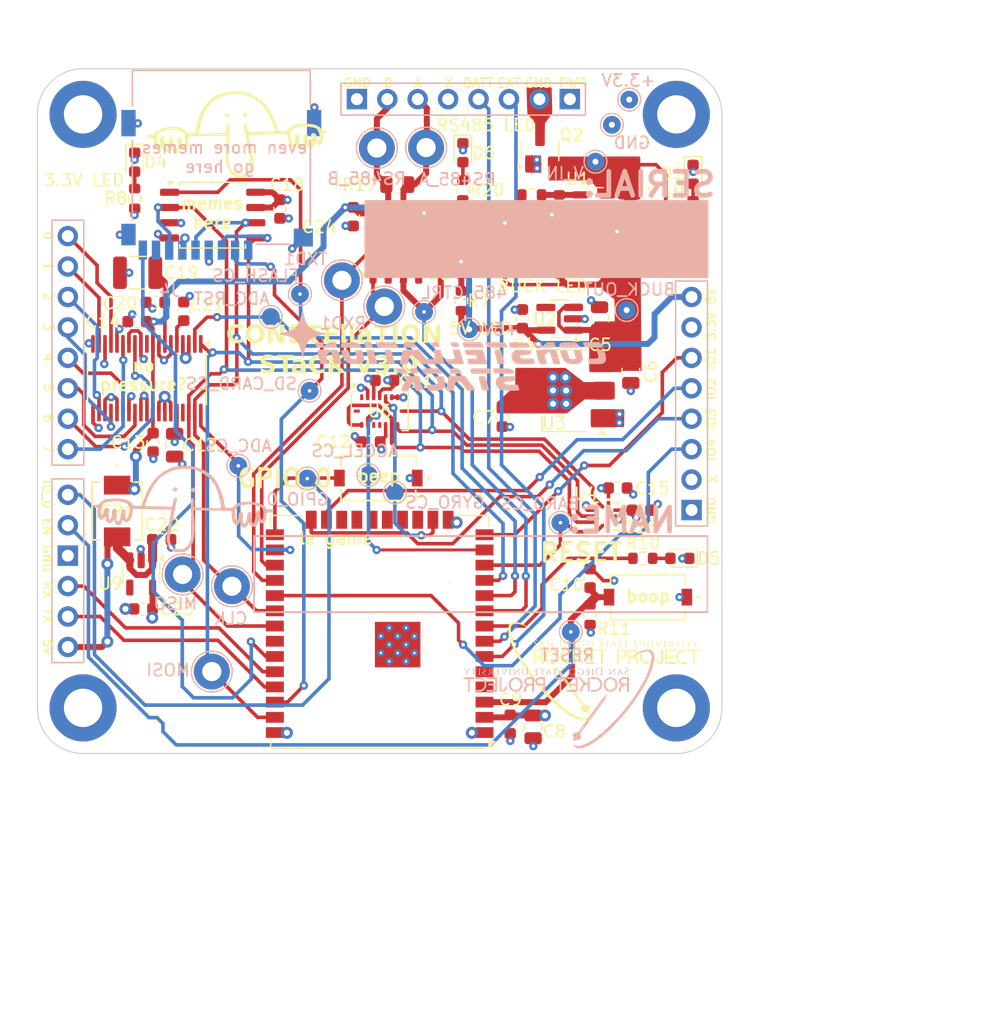
<source format=kicad_pcb>
(kicad_pcb (version 20241229) (generator "pcbnew") (generator_version "9.0")
  (layers (0 "F.Cu" signal) (4 "In1.Cu" power) (6 "In2.Cu" power) (2 "B.Cu" signal) (13 "F.Paste" user) (15 "B.Paste" user) (5 "F.SilkS" user "F.Silkscreen") (7 "B.SilkS" user "B.Silkscreen") (1 "F.Mask" user) (3 "B.Mask" user) (25 "Edge.Cuts" user))
  (net 0 "")
  (net 1 "GND")
  (net 2 "+3.3V")
  (net 3 "/BST")
  (net 4 "/SW")
  (net 5 "V IN")
  (net 6 "BUCK_OUT")
  (net 7 "+5V")
  (net 8 "RESET")
  (net 9 "Net-(D1-A)")
  (net 10 "Net-(D2-A)")
  (net 11 "Net-(D3-A)")
  (net 12 "Net-(D4-A)")
  (net 13 "Net-(D5-A)")
  (net 14 "Net-(D6-A)")
  (net 15 "PWR")
  (net 16 "AN_IN_1")
  (net 17 "AN_IN_0")
  (net 18 "AN_IN_2")
  (net 19 "AN_IN_3")
  (net 20 "GPIO_OUT_4")
  (net 21 "GPIO_OUT_5")
  (net 22 "GPIO_OUT_1")
  (net 23 "GPIO_OUT_2")
  (net 24 "GPIO_OUT_3")
  (net 25 "B")
  (net 26 "A")
  (net 27 "GPIO_0")
  (net 28 "/FB")
  (net 29 "LED_OUT")
  (net 30 "485_CONTROL")
  (net 31 "ADC_CS")
  (net 32 "FLASH_CS")
  (net 33 "ADC_RST")
  (net 34 "RXD1")
  (net 35 "TXD1")
  (net 38 "RXD0")
  (net 39 "TXD0")
  (net 40 "Net-(U10-REFCAP)")
  (net 41 "Net-(U10-REFIO)")
  (net 42 "AN_IN_7")
  (net 43 "AN_IN_4")
  (net 44 "AN_IN_6")
  (net 45 "AN_IN_5")
  (net 46 "USB_PWR")
  (net 51 "VSPI_MISO")
  (net 55 "VSPI_CLK")
  (net 57 "SD_CARD_CS")
  (net 58 "VSPI_MOSI")
  (net 64 "BARO_CS")
  (net 68 "ACCEL_CS")
  (net 69 "GYRO_CS")
  (net 72 "BATT_PWR_SENSE")
  (net 73 "EXT_PWR_SENSE")
  (net 74 "SD_CARD_DETECT")
  (footprint "LED_SMD:LED_0603_1608Metric" (layer "F.Cu") (at 33.52 33.2 -90)
    (property "Reference" "D4")
    (property "Value" "RED")
  )
  (footprint "Resistor_SMD:R_0805_2012Metric" (layer "F.Cu") (at 55.4425 35.0716)
    (property "Reference" "R17")
    (property "Value" "120")
  )
  (footprint "MountingHole:MountingHole_3.2mm_M3_DIN965_Pad" (layer "F.Cu") (at 78.74 78.74)
    (property "Reference" "H4" (hide yes))
    (property "Value" "MountingHole_Pad")
  )
  (footprint "RF_Module:ESP32-WROOM-32UE" (layer "F.Cu") (at 53.975 72.39 180)
    (property "Reference" "U5" (hide yes))
    (property "Value" "ESP32-WROOM-32UE")
  )
  (footprint "Capacitor_SMD:C_0603_1608Metric" (layer "F.Cu") (at 74.9187 40.2458 90)
    (property "Reference" "C3")
    (property "Value" "22uF")
  )
  (footprint "Capacitor_SMD:C_0805_2012Metric" (layer "F.Cu") (at 74.9387 50.670799 -90)
    (property "Reference" "C6")
    (property "Value" "1uF")
  )
  (footprint "Capacitor_SMD:C_0805_2012Metric" (layer "F.Cu") (at 36.855 56.816 90)
    (property "Reference" "C17")
    (property "Value" "10uF")
  )
  (footprint "Capacitor_SMD:C_0603_1608Metric" (layer "F.Cu") (at 71.540002 67.925 90)
    (property "Reference" "C10")
    (property "Value" "1uF")
  )
  (footprint "MountingHole:MountingHole_3.2mm_M3_DIN965_Pad" (layer "F.Cu") (at 29.21 78.74)
    (property "Reference" "H3" (hide yes))
    (property "Value" "MountingHole_Pad")
  )
  (footprint "bmi088:BMI088" (layer "F.Cu") (at 53.975 53.975)
    (property "Reference" "U6")
    (property "Value" "BMI088" (hide yes))
  )
  (footprint "Package_TO_SOT_SMD:SOT-223" (layer "F.Cu") (at 69.4387 52.2708 180)
    (property "Reference" "U3")
    (property "Value" "LDL1117S33R")
  )
  (footprint "Package_TO_SOT_SMD:TSOT-23-6" (layer "F.Cu") (at 71.8312 36.8808 180)
    (property "Reference" "U1")
    (property "Value" "AP62150Z6-7")
  )
  (footprint "LOGO" (layer "F.Cu") (at 42.029569 30.70174)
    (property "Reference" "G***" (hide yes))
    (property "Value" "LOGO" (hide yes))
  )
  (footprint "Capacitor_SMD:C_0603_1608Metric" (layer "F.Cu") (at 35.2525 44.896)
    (property "Reference" "C20")
    (property "Value" "1uF")
  )
  (footprint "Capacitor_SMD:C_0603_1608Metric" (layer "F.Cu") (at 45.6438 37.1094 -90)
    (property "Reference" "C18")
    (property "Value" "0.1uF")
  )
  (footprint "LED_SMD:LED_0603_1608Metric" (layer "F.Cu") (at 79.02955 66.26 180)
    (property "Reference" "D5")
    (property "Value" "BLUE")
  )
  (footprint "Resistor_SMD:R_0603_1608Metric" (layer "F.Cu") (at 60.79 44.77 90)
    (property "Reference" "R7")
    (property "Value" "150")
  )
  (footprint "Package_SO:SOIC-8_5.275x5.275mm_P1.27mm" (layer "F.Cu") (at 40.0304 37.6174)
    (property "Reference" "U7" (hide yes))
    (property "Value" "W25Q16JVSSIQ")
  )
  (footprint "Capacitor_SMD:C_0603_1608Metric" (layer "F.Cu") (at 64.8716 80.0986 -90)
    (property "Reference" "C9")
    (property "Value" "0.1uF")
  )
  (footprint "Capacitor_SMD:C_0603_1608Metric" (layer "F.Cu") (at 64.208699 54.4958 -90)
    (property "Reference" "C7")
    (property "Value" "4.7uF")
  )
  (footprint "Capacitor_SMD:C_0603_1608Metric" (layer "F.Cu") (at 33.715 46.506)
    (property "Reference" "C14")
    (property "Value" "1uF")
  )
  (footprint "Capacitor_SMD:C_0603_1608Metric" (layer "F.Cu") (at 65.8887 46.2708 90)
    (property "Reference" "C4")
    (property "Value" "1uF")
  )
  (footprint "Resistor_SMD:R_0603_1608Metric" (layer "F.Cu") (at 75.93955 66.26)
    (property "Reference" "R10")
    (property "Value" "5")
  )
  (footprint "pt36:SW_PTS636_CNK" (layer "F.Cu") (at 76.37 69.5 180)
    (property "Reference" "SW1" (hide yes))
    (property "Value" "RESET")
  )
  (footprint "pt36:SW_PTS636_CNK" (layer "F.Cu") (at 53.86045 59.56 180)
    (property "Reference" "SW2" (hide yes))
    (property "Value" "GPIO_0")
  )
  (footprint "Package_TO_SOT_SMD:SOT-23-5" (layer "F.Cu") (at 34.059999 67.5625 -90)
    (property "Reference" "U9")
    (property "Value" "MIC5504-3.3YM5")
  )
  (footprint "Resistor_SMD:R_0603_1608Metric" (layer "F.Cu") (at 33.52 36.225 90)
    (property "Reference" "R8")
    (property "Value" "65")
  )
  (footprint "Capacitor_SMD:C_0603_1608Metric" (layer "F.Cu") (at 34.234999 70.4825 180)
    (property "Reference" "C23")
    (property "Value" "0.1uF")
  )
  (footprint "Resistor_SMD:R_0603_1608Metric" (layer "F.Cu") (at 68.9687 36.755801 90)
    (property "Reference" "R5")
    (property "Value" "10k")
  )
  (footprint "Package_TO_SOT_SMD:SC-74A-5_1.55x2.9mm_P0.95mm" (layer "F.Cu") (at 68.9987 46.2708 180)
    (property "Reference" "U2")
    (property "Value" "LDK320AM50R")
  )
  (footprint "BMP390:10LGA_2X2X0p75_BOS" (layer "F.Cu") (at 72.824701 62.739999 -90)
    (property "Reference" "U4")
    (property "Value" "BMP390")
  )
  (footprint "Capacitor_SMD:C_1210_3225Metric" (layer "F.Cu") (at 33.765 42.426)
    (property "Reference" "C19")
    (property "Value" "22uF")
  )
  (footprint "Capacitor_SMD:C_0603_1608Metric" (layer "F.Cu") (at 73.8533 60.389599)
    (property "Reference" "C15")
    (property "Value" "100nF")
  )
  (footprint "Capacitor_SMD:C_0603_1608Metric" (layer "F.Cu") (at 35.772499 64.7025 180)
    (property "Reference" "C22")
    (property "Value" "10uF")
  )
  (footprint "Package_TO_SOT_SMD:SOT-23-3" (layer "F.Cu") (at 67.370001 32.2625 90)
    (property "Reference" "Q2")
    (property "Value" "DMP3099L")
  )
  (footprint "Capacitor_SMD:C_0603_1608Metric" (layer "F.Cu") (at 75.8233 62.239599)
    (property "Reference" "C16")
    (property "Value" "100nF")
  )
  (footprint "Capacitor_SMD:C_0805_2012Metric" (layer "F.Cu") (at 72.328701 46.250799 90)
    (property "Reference" "C5")
    (property "Value" "1uF")
  )
  (footprint "Package_SO:SOIC-8_3.9x4.9mm_P1.27mm" (layer "F.Cu") (at 55.3212 39.8892 90)
    (property "Reference" "U8")
    (property "Value" "MAX485CSA+T")
  )
  (footprint "LED_SMD:LED_0603_1608Metric" (layer "F.Cu") (at 80.14 34.21 -90)
    (property "Reference" "D1")
    (property "Value" "RED")
  )
  (footprint "Inductor_SMD:L_1008_2520Metric" (layer "F.Cu") (at 72.0987 41.6808)
    (property "Reference" "L1")
    (property "Value" "3.3uH")
  )
  (footprint "MountingHole:MountingHole_3.2mm_M3_DIN965_Pad" (layer "F.Cu") (at 78.74 29.21)
    (property "Reference" "H2" (hide yes))
    (property "Value" "MountingHole_Pad")
  )
  (footprint "Capacitor_SMD:C_0603_1608Metric" (layer "F.Cu") (at 37.615 45.646 90)
    (property "Reference" "C21")
    (property "Value" "10uF")
  )
  (footprint "Capacitor_SMD:C_0603_1608Metric" (layer "F.Cu") (at 54.39 51.41)
    (property "Reference" "C11")
    (property "Value" "100nF")
  )
  (footprint "Capacitor_SMD:C_0603_1608Metric" (layer "F.Cu") (at 35.0552 56.5886 90)
    (property "Reference" "C13")
    (property "Value" "1uF")
  )
  (footprint "Package_SO:TSSOP-38_4.4x9.7mm_P0.5mm" (layer "F.Cu") (at 34.54 51.23 -90)
    (property "Reference" "U10" (hide yes))
    (property "Value" "ADS8688")
  )
  (footprint "Resistor_SMD:R_0603_1608Metric" (layer "F.Cu") (at 64.4187 41.5208 90)
    (property "Reference" "R4")
    (property "Value" "270")
  )
  (footprint "Capacitor_SMD:C_0603_1608Metric" (layer "F.Cu") (at 53.24 56.54 180)
    (property "Reference" "C12")
    (property "Value" "100nF")
  )
  (footprint "Resistor_SMD:R_0603_1608Metric" (layer "F.Cu") (at 71.540002 70.959999 90)
    (property "Reference" "R11")
    (property "Value" "10k")
  )
  (footprint "Resistor_SMD:R_0603_1608Metric" (layer "F.Cu") (at 60.9092 35.5214 90)
    (property "Reference" "R20")
    (property "Value" "5")
  )
  (footprint "LED_SMD:LED_0603_1608Metric" (layer "F.Cu") (at 60.919199 32.4114 -90)
    (property "Reference" "D6")
    (property "Value" "GREEN")
  )
  (footprint "LED_SMD:LED_0603_1608Metric" (layer "F.Cu") (at 64.4087 38.4708 -90)
    (property "Reference" "D2")
    (property "Value" "RED")
  )
  (footprint "Resistor_SMD:R_0603_1608Metric" (layer "F.Cu") (at 80.14 37.2475 90)
    (property "Reference" "R3")
    (property "Value" "750")
  )
  (footprint "Capacitor_SMD:C_0805_2012Metric" (layer "F.Cu") (at 74.9287 36.810799 -90)
    (property "Reference" "C2")
    (property "Value" "10uF")
  )
  (footprint "Resistor_SMD:R_0603_1608Metric" (layer "F.Cu") (at 66.6637 35.930801 180)
    (property "Reference" "R2")
    (property "Value" "68k")
  )
  (footprint "LED_SMD:LED_0603_1608Metric" (layer "F.Cu") (at 60.79 41.692499 -90)
    (property "Reference" "D3")
    (property "Value" "RED")
  )
  (footprint "Capacitor_SMD:C_0603_1608Metric" (layer "F.Cu") (at 51.7667 37.7447 -90)
    (property "Reference" "C24")
    (property "Value" "0.1uF")
  )
  (footprint "MountingHole:MountingHole_3.2mm_M3_DIN965_Pad" (layer "F.Cu") (at 29.21 29.21)
    (property "Reference" "H1" (hide yes))
    (property "Value" "MountingHole_Pad")
  )
  (footprint "LOGO:RP_Logo" (layer "F.Cu") (at 72.66 75.69)
    (property "Reference" "G***" (hide yes))
    (property "Value" "LOGO" (hide yes))
  )
  (footprint "Capacitor_SMD:C_0805_2012Metric" (layer "F.Cu") (at 66.7816 80.323599 -90)
    (property "Reference" "C8")
    (property "Value" "10uF")
  )
  (footprint "Capacitor_SMD:C_0603_1608Metric" (layer "F.Cu") (at 70.2487 39.4208)
    (property "Reference" "C1")
    (property "Value" "100nF")
  )
  (footprint "LSM115JE3_TR13:DO-214BA_MCH-L" (layer "F.Cu") (at 32.058998 62.3095 -90)
    (property "Reference" "CR1")
    (property "Value" "LSM115JE3/TR13")
  )
  (footprint "TestPoint:TestPoint_Pad_D1.5mm" (layer "B.Cu") (at 48.12 52.28)
    (property "Reference" "TP12" (hide yes))
    (property "Value" "TestPoint")
  )
  (footprint "TestPoint:TestPoint_Pad_D1.5mm" (layer "B.Cu") (at 57.68 45.7)
    (property "Reference" "TP18" (hide yes))
    (property "Value" "TestPoint")
  )
  (footprint "TestPoint:TestPoint_Loop_D2.60mm_Drill1.6mm_Beaded" (layer "B.Cu") (at 50.82 43.06)
    (property "Reference" "TP17" (hide yes))
    (property "Value" "TestPoint")
  )
  (footprint "TestPoint:TestPoint_Pad_D1.5mm" (layer "B.Cu") (at 73.36 30.08)
    (property "Reference" "TP3" (hide yes))
    (property "Value" "TestPoint")
  )
  (footprint "Connector_PinSocket_2.54mm:PinSocket_1x06_P2.54mm_Vertical" (layer "B.Cu") (at 27.94 73.66)
    (property "Reference" "J2" (hide yes))
    (property "Value" "PROG SOCKET")
  )
  (footprint "TestPoint:TestPoint_Pad_D1.5mm" (layer "B.Cu") (at 53.03 59.3)
    (property "Reference" "TP13" (hide yes))
    (property "Value" "TestPoint")
  )
  (footprint "TestPoint:TestPoint_Pad_D1.5mm" (layer "B.Cu") (at 61.44 47.15)
    (property "Reference" "TP1" (hide yes))
    (property "Value" "TestPoint")
  )
  (footprint "TestPoint:TestPoint_Loop_D2.60mm_Drill1.6mm_Beaded" (layer "B.Cu") (at 54.36 45.24)
    (property "Reference" "TP16" (hide yes))
    (property "Value" "TestPoint")
  )
  (footprint "TestPoint:TestPoint_Loop_D2.60mm_Drill1.6mm_Beaded" (layer "B.Cu") (at 37.52 67.6)
    (property "Reference" "TP8" (hide yes))
    (property "Value" "TestPoint")
  )
  (footprint "TestPoint:TestPoint_Pad_D1.5mm" (layer "B.Cu") (at 44.88 46.12)
    (property "Reference" "TP10" (hide yes))
    (property "Value" "TestPoint")
  )
  (footprint "TestPoint:TestPoint_Pad_D1.5mm" (layer "B.Cu") (at 47.32 44.21)
    (property "Reference" "TP11" (hide yes))
    (property "Value" "TestPoint")
  )
  (footprint "MSD_1_A:CUI_MSD-1-A" (layer "B.Cu") (at 40.75 32.79)
    (property "Reference" "J4")
    (property "Value" "MSD-1-A")
  )
  (footprint "LOGO" (layer "B.Cu") (at 58.998317 48.632694 180)
    (property "Reference" "G***" (hide yes))
    (property "Value" "LOGO" (hide yes))
  )
  (footprint "LOGO:RP_Logo" (layer "B.Cu") (at 68.94 78.01 180)
    (property "Reference" "G***" (hide yes))
    (property "Value" "LOGO" (hide yes))
  )
  (footprint "TestPoint:TestPoint_Pad_D1.5mm" (layer "B.Cu") (at 74.81 27.98)
    (property "Reference" "TP2" (hide yes))
    (property "Value" "TestPoint")
  )
  (footprint "TestPoint:TestPoint_Loop_D2.60mm_Drill1.6mm_Beaded" (layer "B.Cu") (at 39.96 75.71)
    (property "Reference" "TP7" (hide yes))
    (property "Value" "TestPoint")
  )
  (footprint "TestPoint:TestPoint_Pad_D1.5mm" (layer "B.Cu") (at 71.99 33.16)
    (property "Reference" "TP4" (hide yes))
    (property "Value" "TestPoint")
  )
  (footprint "Connector_PinSocket_2.54mm:PinSocket_1x08_P2.54mm_Vertical" (layer "B.Cu") (at 27.94 57.15)
    (property "Reference" "J3" (hide yes))
    (property "Value" "ADC_IN")
  )
  (footprint "Connector_PinSocket_2.54mm:PinSocket_1x08_P2.54mm_Vertical" (layer "B.Cu") (at 69.85 27.94 90)
    (property "Reference" "J1" (hide yes))
    (property "Value" "PWR")
  )
  (footprint "TestPoint:TestPoint_Pad_D1.5mm" (layer "B.Cu") (at 55.24 60.77)
    (property "Reference" "TP14" (hide yes))
    (property "Value" "TestPoint")
  )
  (footprint "TestPoint:TestPoint_Pad_D1.5mm" (layer "B.Cu") (at 69.93 72.4)
    (property "Reference" "TP21" (hide yes))
    (property "Value" "TestPoint")
  )
  (footprint "TestPoint:TestPoint_Pad_D1.5mm" (layer "B.Cu") (at 42.17 58.54)
    (property "Reference" "TP9" (hide yes))
    (property "Value" "TestPoint")
  )
  (footprint "TestPoint:TestPoint_Loop_D2.60mm_Drill1.6mm_Beaded" (layer "B.Cu") (at 53.74 32.02)
    (property "Reference" "TP20" (hide yes))
    (property "Value" "TestPoint")
  )
  (footprint "TestPoint:TestPoint_Loop_D2.60mm_Drill1.6mm_Beaded" (layer "B.Cu") (at 57.85 31.98)
    (property "Reference" "TP19" (hide yes))
    (property "Value" "TestPoint")
  )
  (footprint "TestPoint:TestPoint_Pad_D1.5mm" (layer "B.Cu") (at 74.59 45.54)
    (property "Reference" "TP5" (hide yes))
    (property "Value" "TestPoint")
  )
  (footprint "LOGO" (layer "B.Cu") (at 37.61 61.97 180)
    (property "Reference" "G***" (hide yes))
    (property "Value" "LOGO" (hide yes))
  )
  (footprint "TestPoint:TestPoint_Loop_D2.60mm_Drill1.6mm_Beaded" (layer "B.Cu") (at 41.64 68.59)
    (property "Reference" "TP6" (hide yes))
    (property "Value" "TestPoint")
  )
  (footprint "TestPoint:TestPoint_Pad_D1.5mm" (layer "B.Cu") (at 47.93 59.6)
    (property "Reference" "TP22" (hide yes))
    (property "Value" "TestPoint")
  )
  (footprint "TestPoint:TestPoint_Pad_D1.5mm" (layer "B.Cu") (at 69.06 63.29)
    (property "Reference" "TP15" (hide yes))
    (property "Value" "TestPoint")
  )
  (footprint "Connector_PinSocket_2.54mm:PinSocket_1x08_P2.54mm_Vertical" (layer "B.Cu") (at 80.01 44.45 180)
    (property "Reference" "J8" (hide yes))
    (property "Value" "GPIO/ESP_ADC OUT")
  )
  (gr_curve (pts (xy 59.84 68.33) (xy 59.84 68.33) (xy 59.84 68.33) (xy 59.84 68.33)) (stroke (width 0.15)) (layer "F.SilkS"))
  (gr_rect (start 52.780003 36.44) (end 81.35 42.79) (stroke (width 0.15)) (fill yes) (layer "B.SilkS"))
  (gr_rect (start 43.49 64.4) (end 81.34 70.75) (stroke (width 0.15)) (fill no) (layer "B.SilkS"))
  (gr_arc (start 29.21 82.55) (mid 26.515923 81.434077) (end 25.4 78.74) (stroke (width 0.1)) (layer "Edge.Cuts"))
  (gr_arc (start 78.74 25.4) (mid 81.434077 26.515923) (end 82.55 29.21) (stroke (width 0.1)) (layer "Edge.Cuts"))
  (gr_line (start 25.4 78.74) (end 25.4 29.21) (stroke (width 0.1)) (layer "Edge.Cuts"))
  (gr_arc (start 82.55 78.74) (mid 81.434077 81.434077) (end 78.74 82.55) (stroke (width 0.1)) (layer "Edge.Cuts"))
  (gr_line (start 82.55 78.74) (end 82.55 29.21) (stroke (width 0.1)) (layer "Edge.Cuts"))
  (gr_line (start 29.21 82.55) (end 78.74 82.55) (stroke (width 0.1)) (layer "Edge.Cuts"))
  (gr_arc (start 25.4 29.21) (mid 26.515923 26.515923) (end 29.21 25.4) (stroke (width 0.1)) (layer "Edge.Cuts"))
  (gr_line (start 29.21 25.4) (end 78.74 25.4) (stroke (width 0.1)) (layer "Edge.Cuts"))
  (gr_text "GND" (at 25.8 65.025714 270) (layer "F.SilkS") (effects (font (size 0.75 0.75) (thickness 0.15) (bold yes)) (justify left bottom)))
  (gr_text "GND" (at 50.86 27.03 0) (layer "F.SilkS") (effects (font (size 0.75 0.75) (thickness 0.15) (bold yes)) (justify left bottom)))
  (gr_text "3" (at 25.87 46.49 270) (layer "F.SilkS") (effects (font (size 0.75 0.75) (thickness 0.15) (bold yes)) (justify left bottom)))
  (gr_text "A" (at 56.77 27.03 0) (layer "F.SilkS") (effects (font (size 0.75 0.75) (thickness 0.15) (bold yes)) (justify left bottom)))
  (gr_text "X" (at 60.197143 26.034 180) (layer "F.SilkS") (effects (font (size 0.75 0.75) (thickness 0.15) (bold yes)) (justify left bottom)))
  (gr_text "IO2" (at 82.09 53.148572 90) (layer "F.SilkS") (effects (font (size 0.75 0.75) (thickness 0.15) (bold yes)) (justify left bottom)))
  (gr_text "IO1" (at 82.09 50.608572 90) (layer "F.SilkS") (effects (font (size 0.75 0.75) (thickness 0.15) (bold yes)) (justify left bottom)))
  (gr_text "4" (at 25.87 49.03 270) (layer "F.SilkS") (effects (font (size 0.75 0.75) (thickness 0.15) (bold yes)) (justify left bottom)))
  (gr_text "GND" (at 82.09 63.522857 90) (layer "F.SilkS") (effects (font (size 0.75 0.75) (thickness 0.15) (bold yes)) (justify left bottom)))
  (gr_text "5" (at 25.87 51.57 270) (layer "F.SilkS") (effects (font (size 0.75 0.75) (thickness 0.15) (bold yes)) (justify left bottom)))
  (gr_text "RS485 LED" (at 62.865 30.6832 0) (layer "F.SilkS") (effects (font (size 1 1)) (justify bottom)))
  (gr_text "hello?" (at 52.9082 39.8892 0) (layer "F.SilkS") (effects (font (size 1 1) (thickness 0.2) (bold yes)) (justify left bottom)))
  (gr_text "GPIO_0" (at 41.93 60.49 0) (layer "F.SilkS") (effects (font (size 1.5 1.5) (thickness 0.3) (bold yes)) (justify left bottom)))
  (gr_text "CONSTEllaTION \nSTaCK V3.0" (at 50.54 51.06 0) (layer "F.SilkS") (effects (font (size 1.5 1.5) (thickness 0.3) (bold yes)) (justify bottom)))
  (gr_text "memes\nhere" (at 39.9796 38.8366 0) (layer "F.SilkS") (effects (font (size 1 1) (thickness 0.2) (bold yes)) (justify bottom)))
  (gr_text "RESET" (at 67.21 66.66 0) (layer "F.SilkS") (effects (font (size 1.5 1.5) (thickness 0.3) (bold yes)) (justify left bottom)))
  (gr_text "0" (at 25.87 38.87 270) (layer "F.SilkS") (effects (font (size 0.75 0.75) (thickness 0.15) (bold yes)) (justify left bottom)))
  (gr_text "TX" (at 25.8 70.312857 270) (layer "F.SilkS") (effects (font (size 0.75 0.75) (thickness 0.15) (bold yes)) (justify left bottom)))
  (gr_text "3.3V LED" (at 25.83 35.29 0) (layer "F.SilkS") (effects (font (size 1 1)) (justify left bottom)))
  (gr_text "GND" (at 66 27.03 0) (layer "F.SilkS") (effects (font (size 0.75 0.75) (thickness 0.15) (bold yes)) (justify left bottom)))
  (gr_text "6" (at 25.87 54.11 270) (layer "F.SilkS") (effects (font (size 0.75 0.75) (thickness 0.15) (bold yes)) (justify left bottom)))
  (gr_text "X" (at 82.25 60.09 90) (layer "F.SilkS") (effects (font (size 0.75 0.75) (thickness 0.15) (bold yes)) (justify left bottom)))
  (gr_text "1" (at 25.87 41.41 270) (layer "F.SilkS") (effects (font (size 0.75 0.75) (thickness 0.15) (bold yes)) (justify left bottom)))
  (gr_text "le game" (at 47.11 65.17 0) (layer "F.SilkS") (effects (font (size 1 1) (thickness 0.2) (bold yes)) (justify left bottom)))
  (gr_text "EN" (at 25.8 62.792857 270) (layer "F.SilkS") (effects (font (size 0.75 0.75) (thickness 0.15) (bold yes)) (justify left bottom)))
  (gr_text "EXT" (at 63.69 27.03 0) (layer "F.SilkS") (effects (font (size 0.75 0.75) (thickness 0.15) (bold yes)) (justify left bottom)))
  (gr_text "5V" (at 82.06 45.18 90) (layer "F.SilkS") (effects (font (size 0.75 0.75) (thickness 0.15) (bold yes)) (justify left bottom)))
  (gr_text "no\npressure?" (at 34.26 52.35 0) (layer "F.SilkS") (effects (font (size 1 1) (thickness 0.2) (bold yes)) (justify bottom)))
  (gr_text "BUCK LED" (at 63.7427 44.1288 0) (layer "F.SilkS") (effects (font (size 1 1)) (justify left bottom)))
  (gr_text "2" (at 25.87 43.95 270) (layer "F.SilkS") (effects (font (size 0.75 0.75) (thickness 0.15) (bold yes)) (justify left bottom)))
  (gr_text "IO4" (at 82.09 58.228572 90) (layer "F.SilkS") (effects (font (size 0.75 0.75) (thickness 0.15) (bold yes)) (justify left bottom)))
  (gr_text "RX" (at 25.8 68.079999 270) (layer "F.SilkS") (effects (font (size 0.75 0.75) (thickness 0.15) (bold yes)) (justify left bottom)))
  (gr_text "3.3V" (at 82.09 48.21 90) (layer "F.SilkS") (effects (font (size 0.75 0.75) (thickness 0.15) (bold yes)) (justify left bottom)))
  (gr_text "beep" (at 52.02 59.99 0) (layer "F.SilkS") (effects (font (size 1 1) (thickness 0.2) (bold yes)) (justify left bottom)))
  (gr_text "PWR" (at 68.85 27.03 0) (layer "F.SilkS") (effects (font (size 0.75 0.75) (thickness 0.15) (bold yes)) (justify left bottom)))
  (gr_text "V IN" (at 76.21 36.34 0) (layer "F.SilkS") (effects (font (size 1 1)) (justify left bottom)))
  (gr_text "5V LED" (at 59.65 47.63 0) (layer "F.SilkS") (effects (font (size 1 1)) (justify left bottom)))
  (gr_text "BATT" (at 60.85 27.03 0) (layer "F.SilkS") (effects (font (size 0.75 0.75) (thickness 0.15) (bold yes)) (justify left bottom)))
  (gr_text "B" (at 54.23 27.03 0) (layer "F.SilkS") (effects (font (size 0.75 0.75) (thickness 0.15) (bold yes)) (justify left bottom)))
  (gr_text "7" (at 25.87 56.65 270) (layer "F.SilkS") (effects (font (size 0.75 0.75) (thickness 0.15) (bold yes)) (justify left bottom)))
  (gr_text "IO3" (at 82.09 55.688572 90) (layer "F.SilkS") (effects (font (size 0.75 0.75) (thickness 0.15) (bold yes)) (justify left bottom)))
  (gr_text "boop" (at 74.438444 70.013256 0) (layer "F.SilkS") (effects (font (size 1 1) (thickness 0.2) (bold yes)) (justify left bottom)))
  (gr_text "IO_0" (at 25.76 59.595714 270) (layer "F.SilkS") (effects (font (size 0.75 0.75) (thickness 0.15) (bold yes)) (justify left bottom)))
  (gr_text "5V" (at 25.83 72.89 270) (layer "F.SilkS") (effects (font (size 0.75 0.75) (thickness 0.15) (bold yes)) (justify left bottom)))
  (gr_text "+3.3V" (at 77.08 26.97 0) (layer "B.SilkS") (effects (font (size 1 1)) (justify left bottom mirror)))
  (gr_text "FLASH_CS" (at 47.32 43.26 0) (layer "B.SilkS") (effects (font (size 1 1)) (justify left bottom mirror)))
  (gr_text "+5V" (at 65.72 47.74 0) (layer "B.SilkS") (effects (font (size 1 1)) (justify left bottom mirror)))
  (gr_text "SERIAL:" (at 82.22 36.23 0) (layer "B.SilkS") (effects (font (size 2 2) (thickness 0.4) (bold yes)) (justify left bottom mirror)))
  (gr_text "ACCEL_CS" (at 55.65 57.88 0) (layer "B.SilkS") (effects (font (size 1 1)) (justify left bottom mirror)))
  (gr_text "TXD1" (at 49.72 41.86 0) (layer "B.SilkS") (effects (font (size 1 1)) (justify left bottom mirror)))
  (gr_text "MISO" (at 38.84 70.63 0) (layer "B.SilkS") (effects (font (size 1 1)) (justify left bottom mirror)))
  (gr_text "485_CTRL" (at 64.74 44.68 0) (layer "B.SilkS") (effects (font (size 1 1)) (justify left bottom mirror)))
  (gr_text "ADC_RST" (at 44.88 45.17 0) (layer "B.SilkS") (effects (font (size 1 1)) (justify left bottom mirror)))
  (gr_text "GYRO_CS" (at 62.83 62.18 0) (layer "B.SilkS") (effects (font (size 1 1)) (justify left bottom mirror)))
  (gr_text "SD_CARD_CS" (at 47.17 52.28 0) (layer "B.SilkS") (effects (font (size 1 1)) (justify left bottom mirror)))
  (gr_text "GPIO_0" (at 49.85 61.93 0) (layer "B.SilkS") (effects (font (size 1 1)) (justify left bottom mirror)))
  (gr_text "RS485_A" (at 63.78 35.22 0) (layer "B.SilkS") (effects (font (size 1 1)) (justify left bottom mirror)))
  (gr_text "MOSI" (at 38.22 76.18 0) (layer "B.SilkS") (effects (font (size 1 1)) (justify left bottom mirror)))
  (gr_text "BARO_CS" (at 70.79 62.28 0) (layer "B.SilkS") (effects (font (size 1 1)) (justify left bottom mirror)))
  (gr_text "GND" (at 76.66 32.17 0) (layer "B.SilkS") (effects (font (size 1 1)) (justify left bottom mirror)))
  (gr_text "even more memes \ngo here" (at 40.632683 34.166176 0) (layer "B.SilkS") (effects (font (size 1 1)) (justify bottom mirror)))
  (gr_text "ADC_CS" (at 45.07 57.46 0) (layer "B.SilkS") (effects (font (size 1 1)) (justify left bottom mirror)))
  (gr_text "V_IN" (at 71.11 34.71 0) (layer "B.SilkS") (effects (font (size 1 1)) (justify left bottom mirror)))
  (gr_text "BUCK_OUT" (at 78.75 44.41 0) (layer "B.SilkS") (effects (font (size 1 1)) (justify left bottom mirror)))
  (gr_text "RXD1" (at 52.96 47.24 0) (layer "B.SilkS") (effects (font (size 1 1)) (justify left bottom mirror)))
  (gr_text "RESET" (at 71.994784 74.91784 0) (layer "B.SilkS") (effects (font (size 1 1)) (justify left bottom mirror)))
  (gr_text "NAME:" (at 78.91 64.24 0) (layer "B.SilkS") (effects (font (size 2 2) (thickness 0.4) (bold yes)) (justify left bottom mirror)))
  (gr_text "CLK" (at 43.03 71.87 0) (layer "B.SilkS") (effects (font (size 1 1)) (justify left bottom mirror)))
  (gr_text "RS485_B" (at 56.27 35.16 0) (layer "B.SilkS") (effects (font (size 1 1)) (justify left bottom mirror)))
  (segment (start 38.835601 43.104601) (end 38.8356 43.1046) (width 0.3) (layer "F.Cu") (net 0))
  (segment (start 52.974999 52.8193) (end 52.974999 52.248999) (width 0.3) (layer "F.Cu") (net 1))
  (segment (start 52.13 56.54) (end 52.465 56.54) (width 0.3) (layer "F.Cu") (net 1))
  (segment (start 38.0275 48.3135) (end 38.0275 49.2935) (width 0.3) (layer "F.Cu") (net 1))
  (segment (start 35.54 48.3675) (end 35.54 49.301) (width 0.3) (layer "F.Cu") (net 1))
  (segment (start 32.04 47.271366) (end 32.04 48.3675) (width 0.3) (layer "F.Cu") (net 1))
  (segment (start 29.6975 48.3135) (end 29.695 48.316) (width 0.3) (layer "F.Cu") (net 1))
  (segment (start 62.725 80.8) (end 61.694 80.8) (width 0.5) (layer "F.Cu") (net 1))
  (segment (start 35.47 39.19) (end 35.8024 39.5224) (width 0.5) (layer "F.Cu") (net 1))
  (segment (start 33.459999 70.4825) (end 32.747499 70.4825) (width 0.5) (layer "F.Cu") (net 1))
  (segment (start 52.753998 52.027998) (end 52.4 52.027998) (width 0.3) (layer "F.Cu") (net 1))
  (segment (start 79.620002 69.5) (end 79.010002 69.5) (width 0.5) (layer "F.Cu") (net 1))
  (segment (start 73.612101 62.739999) (end 73.6803 62.739999) (width 0.3) (layer "F.Cu") (net 1))
  (segment (start 33.52 32.412499) (end 33.52 33) (width 0.3) (layer "F.Cu") (net 1))
  (segment (start 34.4775 44.896) (end 34.4775 44.8985) (width 0.3) (layer "F.Cu") (net 1))
  (segment (start 35.54 49.301) (end 35.9696 49.7306) (width 0.3) (layer "F.Cu") (net 1))
  (segment (start 64.8716 80.8736) (end 64.8716 81.4836) (width 0.3) (layer "F.Cu") (net 1))
  (segment (start 60.919199 32.2014) (end 60.9292 32.211401) (width 0.3) (layer "F.Cu") (net 1))
  (segment (start 36.547499 65.342501) (end 36.557499 65.3525) (width 0.3) (layer "F.Cu") (net 1))
  (segment (start 30.039 54.05) (end 30.0275 54.0385) (width 0.3) (layer "F.Cu") (net 1))
  (segment (start 45.6438 37.8844) (end 46.368 37.8844) (width 0.5) (layer "F.Cu") (net 1))
  (segment (start 73.6803 62.739999) (end 73.9597 63.019399) (width 0.3) (layer "F.Cu") (net 1))
  (segment (start 34.04 54.0925) (end 34.04 52.96) (width 0.3) (layer "F.Cu") (net 1))
  (segment (start 66.7816 81.9136) (end 66.8016 81.9336) (width 0.3) (layer "F.Cu") (net 1))
  (segment (start 32.191005 47.120361) (end 32.04 47.271366) (width 0.3) (layer "F.Cu") (net 1))
  (segment (start 31.547673 52.805) (end 31.28036 52.805) (width 0.3) (layer "F.Cu") (net 1))
  (segment (start 33.26 47.28) (end 33.794534 47.28) (width 0.3) (layer "F.Cu") (net 1))
  (segment (start 56.50045 59.56) (end 56.49045 59.57) (width 0.5) (layer "F.Cu") (net 1))
  (segment (start 31.896565 52.845361) (end 32.04 52.988796) (width 0.3) (layer "F.Cu") (net 1))
  (segment (start 74.6283 60.414599) (end 75.1433 60.929599) (width 0.5) (layer "F.Cu") (net 1))
  (segment (start 31.547673 52.805) (end 31.585715 52.805) (width 0.3) (layer "F.Cu") (net 1))
  (segment (start 30.080365 54.974899) (end 30.039 54.933534) (width 0.3) (layer "F.Cu") (net 1))
  (segment (start 60.79 41.482501) (end 60.78 41.492501) (width 0.5) (layer "F.Cu") (net 1))
  (segment (start 46.368 37.8844) (end 46.3804 37.8968) (width 0.5) (layer "F.Cu") (net 1))
  (segment (start 72.328701 45.3008) (end 72.1887 45.3008) (width 0.5) (layer "F.Cu") (net 1))
  (segment (start 51.7667 38.519701) (end 51.1317 38.5197) (width 0.3) (layer "F.Cu") (net 1))
  (segment (start 35.8024 39.5224) (end 36.4304 39.5224) (width 0.5) (layer "F.Cu") (net 1))
  (segment (start 57.6862 37.444199) (end 57.656201 37.4142) (width 0.3) (layer "F.Cu") (net 1))
  (segment (start 52.974999 52.248999) (end 52.753998 52.027998) (width 0.3) (layer "F.Cu") (net 1))
  (segment (start 60.79 40.904998) (end 60.79 41.482501) (width 0.5) (layer "F.Cu") (net 1))
  (segment (start 34.54 54.0925) (end 34.54 52.92) (width 0.3) (layer "F.Cu") (net 1))
  (segment (start 54.24 52.13) (end 54.88 52.13) (width 0.3) (layer "F.Cu") (net 1))
  (segment (start 55.18 51.83) (end 55.165 51.815) (width 0.3) (layer "F.Cu") (net 1))
  (segment (start 33.04 47.5) (end 33.26 47.28) (width 0.3) (layer "F.Cu") (net 1))
  (segment (start 37.615 44.871) (end 37.615 44.866) (width 0.3) (layer "F.Cu") (net 1))
  (segment (start 59.69 63.04) (end 60.1698 63.04) (width 0.5) (layer "F.Cu") (net 1))
  (segment (start 64.4087 38.25477) (end 64.424731 38.270801) (width 0.3) (layer "F.Cu") (net 1))
  (segment (start 34.04 52.96) (end 34.31 52.69) (width 0.3) (layer "F.Cu") (net 1))
  (segment (start 35.0552 57.3636) (end 35.0552 57.9486) (width 0.3) (layer "F.Cu") (net 1))
  (segment (start 74.9387 51.620798) (end 74.9387 52.2908) (width 0.5) (layer "F.Cu") (net 1))
  (segment (start 55.475 52.8193) (end 55.9435 52.8193) (width 0.3) (layer "F.Cu") (net 1))
  (segment (start 34.04 48.3675) (end 34.04 49.4) (width 0.3) (layer "F.Cu") (net 1))
  (segment (start 71.326101 62.24) (end 72.037301 62.24) (width 0.3) (layer "F.Cu") (net 1))
  (segment (start 73.612101 63.239998) (end 73.612101 62.739999) (width 0.3) (layer "F.Cu") (net 1))
  (segment (start 64.208699 55.2708) (end 64.8187 55.2708) (width 0.5) (layer "F.Cu") (net 1))
  (segment (start 37.5275 49.2985) (end 37.775 49.546) (width 0.3) (layer "F.Cu") (net 1))
  (segment (start 65.2637 45.4958) (end 65.2487 45.5108) (width 0.3) (layer "F.Cu") (net 1))
  (segment (start 64.4087 37.683299) (end 64.4087 38.25477) (width 0.3) (layer "F.Cu") (net 1))
  (segment (start 32.04 52.988796) (end 32.04 54.0925) (width 0.3) (layer "F.Cu") (net 1))
  (segment (start 32.289999 42.426) (end 33.055 42.426) (width 0.3) (layer "F.Cu") (net 1))
  (segment (start 66.7816 81.273598) (end 66.7816 81.9136) (width 0.3) (layer "F.Cu") (net 1))
  (segment (start 33.04 54.0925) (end 33.04 52.93) (width 0.3) (layer "F.Cu") (net 1))
  (segment (start 30.505871 55.38) (end 30.306871 55.181) (width 0.3) (layer "F.Cu") (net 1))
  (segment (start 53.975 52.395) (end 54.24 52.13) (width 0.3) (layer "F.Cu") (net 1))
  (segment (start 35.54 54.0925) (end 35.54 53.2635) (width 0.3) (layer "F.Cu") (net 1))
  (segment (start 68.348699 37.580801) (end 68.9687 37.580801) (width 0.5) (layer "F.Cu") (net 1))
  (segment (start 31.04 53.04536) (end 31.04 54.0925) (width 0.3) (layer "F.Cu") (net 1))
  (segment (start 57.110451 59.56) (end 56.50045 59.56) (width 0.5) (layer "F.Cu") (net 1))
  (segment (start 32.94 46.271) (end 33.315 45.896) (width 0.3) (layer "F.Cu") (net 1))
  (segment (start 30.039 54.933534) (end 30.039 54.300021) (width 0.3) (layer "F.Cu") (net 1))
  (segment (start 70.1487 46.2708) (end 71.0787 46.2708) (width 0.3) (layer "F.Cu") (net 1))
  (segment (start 31.28036 52.805) (end 31.04 53.04536) (width 0.3) (layer "F.Cu") (net 1))
  (segment (start 37.481001 58.392) (end 36.855 57.765999) (width 0.3) (layer "F.Cu") (net 1))
  (segment (start 33.794534 47.28) (end 34.04 47.525466) (width 0.3) (layer "F.Cu") (net 1))
  (segment (start 71.2 61.84) (end 71.2 62.113899) (width 0.3) (layer "F.Cu") (net 1))
  (segment (start 64.8187 55.2708) (end 64.8487 55.3008) (width 0.5) (layer "F.Cu") (net 1))
  (segment (start 35.0552 57.9486) (end 35.0752 57.968599) (width 0.3) (layer "F.Cu") (net 1))
  (segment (start 31.585715 52.805) (end 31.626076 52.845361) (width 0.3) (layer "F.Cu") (net 1))
  (segment (start 31.626076 52.845361) (end 31.896565 52.845361) (width 0.3) (layer "F.Cu") (net 1))
  (segment (start 80.14 33.998638) (end 80.151362 34.01) (width 0.3) (layer "F.Cu") (net 1))
  (segment (start 30.0275 48.3135) (end 29.6975 48.3135) (width 0.3) (layer "F.Cu") (net 1))
  (segment (start 36.01752 49.7306) (end 36.54 49.20812) (width 0.3) (layer "F.Cu") (net 1))
  (segment (start 55.165 51.41) (end 54.632424 51.41) (width 0.3) (layer "F.Cu") (net 1))
  (segment (start 33.04 52.93) (end 33.24 52.73) (width 0.3) (layer "F.Cu") (net 1))
  (segment (start 72.1887 45.3008) (end 71.6187 44.7308) (width 0.5) (layer "F.Cu") (net 1))
  (segment (start 55.9435 52.8193) (end 55.9562 52.832) (width 0.3) (layer "F.Cu") (net 1))
  (segment (start 80.14 33.422498) (end 80.14 33.998638) (width 0.3) (layer "F.Cu") (net 1))
  (segment (start 33.04 48.3675) (end 33.04 47.5) (width 0.3) (layer "F.Cu") (net 1))
  (segment (start 35.54 53.2635) (end 36.0275 52.776) (width 0.3) (layer "F.Cu") (net 1))
  (segment (start 61.694 80.8) (end 61.6712 80.8228) (width 0.5) (layer "F.Cu") (net 1))
  (segment (start 37.54 49.311) (end 37.775 49.546) (width 0.3) (layer "F.Cu") (net 1))
  (segment (start 34.4775 44.8985) (end 34.995 45.416) (width 0.3) (layer "F.Cu") (net 1))
  (segment (start 34.54 52.92) (end 34.31 52.69) (width 0.3) (layer "F.Cu") (net 1))
  (segment (start 36.547499 64.7025) (end 36.547499 65.342501) (width 0.3) (layer "F.Cu") (net 1))
  (segment (start 73.550432 68.120432) (end 72.649982 68.120432) (width 0.3) (layer "F.Cu") (net 1))
  (segment (start 37.615 44.866) (end 38.115 44.366) (width 0.3) (layer "F.Cu") (net 1))
  (segment (start 51.9 56.07) (end 51.9 56.31) (width 0.3) (layer "F.Cu") (net 1))
  (segment (start 45.225 80.8) (end 46.2052 80.8) (width 0.5) (layer "F.Cu") (net 1))
  (segment (start 34.059999 65.535) (end 34.059999 66.425) (width 0.5) (layer "F.Cu") (net 1))
  (segment (start 36.54 49.20812) (end 36.54 48.533107) (width 0.3) (layer "F.Cu") (net 1))
  (segment (start 71.67955 67.15) (end 71.540002 67.15) (width 0.3) (layer "F.Cu") (net 1))
  (segment (start 34.04 47.525466) (end 34.04 48.3675) (width 0.3) (layer "F.Cu") (net 1))
  (segment (start 72.649982 68.120432) (end 71.67955 67.15) (width 0.3) (layer "F.Cu") (net 1))
  (segment (start 74.6283 60.389599) (end 74.6283 60.414599) (width 0.5) (layer "F.Cu") (net 1))
  (segment (start 60.919199 31.623899) (end 60.919199 32.2014) (width 0.3) (layer "F.Cu") (net 1))
  (segment (start 34.021734 65.496735) (end 34.059999 65.535) (width 0.5) (layer "F.Cu") (net 1))
  (segment (start 51.9 56.31) (end 52.13 56.54) (width 0.3) (layer "F.Cu") (net 1))
  (segment (start 37.4936 58.392) (end 37.481001 58.392) (width 0.3) (layer "F.Cu") (net 1))
  (segment (start 31.04 48.3675) (end 31.04 49.98595) (width 0.3) (layer "F.Cu") (net 1))
  (segment (start 30.286466 55.181) (end 30.080365 54.974899) (width 0.3) (layer "F.Cu") (net 1))
  (segment (start 35.9696 49.7306) (end 36.01752 49.7306) (width 0.3) (layer "F.Cu") (net 1))
  (segment (start 57.656201 37.4142) (end 57.2262 37.4142) (width 0.3) (layer "F.Cu") (net 1))
  (segment (start 76.680401 62.239599) (end 77.19 61.73) (width 0.3) (layer "F.Cu") (net 1))
  (segment (start 54.975001 52.8193) (end 55.475 52.8193) (width 0.3) (layer "F.Cu") (net 1))
  (segment (start 31.04 49.98595) (end 30.984252 50.041698) (width 0.3) (layer "F.Cu") (net 1))
  (segment (start 55.165 51.815) (end 55.165 51.41) (width 0.3) (layer "F.Cu") (net 1))
  (segment (start 46.2052 80.8) (end 46.228 80.8228) (width 0.5) (layer "F.Cu") (net 1))
  (segment (start 60.1698 63.04) (end 60.4012 63.2714) (width 0.5) (layer "F.Cu") (net 1))
  (segment (start 37.54 48.3675) (end 37.54 49.311) (width 0.3) (layer "F.Cu") (net 1))
  (segment (start 36.5275 53.276) (end 36.0275 52.776) (width 0.3) (layer "F.Cu") (net 1))
  (segment (start 71.0787 46.2708) (end 71.0987 46.2908) (width 0.3) (layer "F.Cu") (net 1))
  (segment (start 54.88 52.13) (end 55.18 51.83) (width 0.3) (layer "F.Cu") (net 1))
  (segment (start 30.039 54.300021) (end 30.039 54.05) (width 0.3) (layer "F.Cu") (net 1))
  (segment (start 54.632424 51.41) (end 54.615 51.392576) (width 0.3) (layer "F.Cu") (net 1))
  (segment (start 65.8887 45.4958) (end 65.2637 45.4958) (width 0.3) (layer "F.Cu") (net 1))
  (segment (start 32.24 47.120361) (end 32.191005 47.120361) (width 0.3) (layer "F.Cu") (net 1))
  (segment (start 32.94 46.506) (end 32.94 46.271) (width 0.3) (layer "F.Cu") (net 1))
  (segment (start 30.306871 55.181) (end 30.286466 55.181) (width 0.3) (layer "F.Cu") (net 1))
  (segment (start 53.975 52.8193) (end 53.975 52.395) (width 0.3) (layer "F.Cu") (net 1))
  (segment (start 51.1317 38.5197) (end 51.1267 38.5147) (width 0.3) (layer "F.Cu") (net 1))
  (segment (start 71.2 62.113899) (end 71.326101 62.24) (width 0.3) (layer "F.Cu") (net 1))
  (segment (start 64.8716 81.4836) (end 64.8816 81.4936) (width 0.3) (layer "F.Cu") (net 1))
  (segment (start 36.0275 52.776) (end 36.0275 54.0385) (width 0.3) (layer "F.Cu") (net 1))
  (segment (start 34.04 49.4) (end 34.27 49.63) (width 0.3) (layer "F.Cu") (net 1))
  (segment (start 38.0275 49.2935) (end 37.775 49.546) (width 0.3) (layer "F.Cu") (net 1))
  (segment (start 36.5275 54.0385) (end 36.5275 53.276) (width 0.3) (layer "F.Cu") (net 1))
  (segment (start 76.5983 62.239599) (end 76.680401 62.239599) (width 0.3) (layer "F.Cu") (net 1))
  (via (at 35.0752 57.968599) (size 0.7) (drill 0.3) (layers "F.Cu" "B.Cu") (net 1))
  (via (at 33.24 52.73) (size 0.7) (drill 0.3) (layers "F.Cu" "B.Cu") (net 1))
  (via (at 79.23455 66.28) (size 0.7) (drill 0.3) (layers "F.Cu" "B.Cu") (net 1))
  (via (at 73.550432 68.120432) (size 0.7) (drill 0.3) (layers "F.Cu" "B.Cu") (net 1))
  (via (at 36.0275 52.776) (size 1) (drill 0.5) (layers "F.Cu" "B.Cu") (net 1))
  (via (at 30.505871 55.38) (size 0.7) (drill 0.3) (layers "F.Cu" "B.Cu") (net 1))
  (via (at 29.695 48.316) (size 0.7) (drill 0.3) (layers "F.Cu" "B.Cu") (net 1))
  (via (at 71.6187 44.7308) (size 0.7) (drill 0.3) (layers "F.Cu" "B.Cu") (net 1))
  (via (at 54.615 51.392576) (size 0.7) (drill 0.3) (layers "F.Cu" "B.Cu") (net 1))
  (via (at 46.228 80.8228) (size 1) (drill 0.5) (layers "F.Cu" "B.Cu") (net 1))
  (via (at 80.151362 34.01) (size 0.7) (drill 0.3) (layers "F.Cu" "B.Cu") (net 1))
  (via (at 38.115 44.366) (size 0.7) (drill 0.3) (layers "F.Cu" "B.Cu") (net 1))
  (via (at 36.557499 65.3525) (size 0.7) (drill 0.3) (layers "F.Cu" "B.Cu") (net 1))
  (via (at 37.775 49.546) (size 1) (drill 0.5) (layers "F.Cu" "B.Cu") (net 1))
  (via (at 32.747499 70.4825) (size 1) (drill 0.5) (layers "F.Cu" "B.Cu") (net 1))
  (via (at 37.714205 39.540308) (size 0.8) (drill 0.4) (layers "F.Cu" "B.Cu") (net 1))
  (via (at 34.995 45.416) (size 0.7) (drill 0.3) (layers "F.Cu" "B.Cu") (net 1))
  (via (at 71.2 61.84) (size 0.7) (drill 0.3) (layers "F.Cu" "B.Cu") (net 1))
  (via (at 33.055 42.426) (size 0.7) (drill 0.3) (layers "F.Cu" "B.Cu") (net 1))
  (via (at 35.47 39.19) (size 0.7) (drill 0.3) (layers "F.Cu" "B.Cu") (net 1))
  (via (at 37.4936 58.392) (size 0.7) (drill 0.3) (layers "F.Cu" "B.Cu") (net 1))
  (via (at 33.52 33) (size 0.7) (drill 0.3) (layers "F.Cu" "B.Cu") (net 1))
  (via (at 75.1433 60.929599) (size 0.7) (drill 0.3) (layers "F.Cu" "B.Cu") (net 1))
  (via (at 60.9292 32.211401) (size 0.7) (drill 0.3) (layers "F.Cu" "B.Cu") (net 1))
  (via (at 64.8816 81.4936) (size 0.7) (drill 0.3) (layers "F.Cu" "B.Cu") (net 1))
  (via (at 73.7887 38.9808) (size 0.7) (drill 0.3) (layers "F.Cu" "B.Cu") (net 1))
  (via (at 33.78 29.96) (size 0.7) (drill 0.3) (layers "F.Cu" "B.Cu") (net 1))
  (via (at 64.8487 55.3008) (size 0.7) (drill 0.3) (layers "F.Cu" "B.Cu") (net 1))
  (via (at 46.67 40.42) (size 0.7) (drill 0.3) (layers "F.Cu" "B.Cu") (net 1))
  (via (at 55.9562 52.832) (size 0.7) (drill 0.3) (layers "F.Cu" "B.Cu") (net 1))
  (via (at 56.49045 59.57) (size 0.7) (drill 0.3) (layers "F.Cu" "B.Cu") (net 1))
  (via (at 60.78 41.492501) (size 0.7) (drill 0.3) (layers "F.Cu" "B.Cu") (net 1))
  (via (at 35.9696 49.7306) (size 0.7) (drill 0.3) (layers "F.Cu" "B.Cu") (net 1))
  (via (at 34.31 52.69) (size 0.7) (drill 0.3) (layers "F.Cu" "B.Cu") (net 1))
  (via (at 67.1 32.99) (size 0.7) (drill 0.3) (layers "F.Cu" "B.Cu") (net 1))
  (via (at 51.1267 38.5147) (size 0.7) (drill 0.3) (layers "F.Cu" "B.Cu") (net 1))
  (via (at 73.9887 54.9508) (size 0.7) (drill 0.3) (layers "F.Cu" "B.Cu") (net 1))
  (via (at 74.9387 52.2908) (size 0.7) (drill 0.3) (layers "F.Cu" "B.Cu") (net 1))
  (via (at 65.2487 45.5108) (size 0.7) (drill 0.3) (layers "F.Cu" "B.Cu") (net 1))
  (via (at 73.9987 54.2208) (size 0.7) (drill 0.3) (layers "F.Cu" "B.Cu") (net 1))
  (via (at 60.4012 63.2714) (size 1) (drill 0.5) (layers "F.Cu" "B.Cu") (net 1))
  (via (at 73.9597 63.019399) (size 0.7) (drill 0.3) (layers "F.Cu" "B.Cu") (net 1))
  (via (at 67.11 33.71) (size 0.7) (drill 0.3) (layers "F.Cu" "B.Cu") (net 1))
  (via (at 32.24 47.120361) (size 0.7) (drill 0.3) (layers "F.Cu" "B.Cu") (net 1))
  (via (at 77.19 61.73) (size 0.7) (drill 0.3) (layers "F.Cu" "B.Cu") (net 1))
  (via (at 66.8016 81.9336) (size 0.7) (drill 0.3) (layers "F.Cu" "B.Cu") (net 1))
  (via (at 31.547673 52.805) (size 0.7) (drill 0.3) (layers "F.Cu" "B.Cu") (net 1))
  (via (at 71.0987 46.2908) (size 0.7) (drill 0.3) (layers "F.Cu" "B.Cu") (net 1))
  (via (at 64.424731 38.270801) (size 0.7) (drill 0.3) (layers "F.Cu" "B.Cu") (net 1))
  (via (at 52.4 52.027998) (size 0.7) (drill 0.3) (layers "F.Cu" "B.Cu") (net 1))
  (via (at 61.6712 80.8228) (size 1) (drill 0.5) (layers "F.Cu" "B.Cu") (net 1))
  (via (at 73.36 30.08) (size 1) (drill 0.5) (layers "F.Cu" "B.Cu") (net 1))
  (via (at 51.9 56.07) (size 0.7) (drill 0.3) (layers "F.Cu" "B.Cu") (net 1))
  (via (at 30.984252 50.041698) (size 0.7) (drill 0.3) (layers "F.Cu" "B.Cu") (net 1))
  (via (at 46.3804 37.8968) (size 0.7) (drill 0.3) (layers "F.Cu" "B.Cu") (net 1))
  (via (at 79.010002 69.5) (size 0.7) (drill 0.3) (layers "F.Cu" "B.Cu") (net 1))
  (via (at 57.6862 37.444199) (size 0.7) (drill 0.3) (layers "F.Cu" "B.Cu") (net 1))
  (via (at 34.27 49.63) (size 0.7) (drill 0.3) (layers "F.Cu" "B.Cu") (net 1))
  (via (at 48.52 28.63) (size 0.7) (drill 0.3) (layers "F.Cu" "B.Cu") (net 1))
  (via (at 34.021734 65.496735) (size 0.7) (drill 0.3) (layers "F.Cu" "B.Cu") (net 1))
  (via (at 68.348699 37.580801) (size 0.7) (drill 0.3) (layers "F.Cu" "B.Cu") (net 1))
  (via (at 32.28 39.26) (size 0.7) (drill 0.3) (layers "F.Cu" "B.Cu") (net 1))
  (via (at 33.315 45.896) (size 0.7) (drill 0.3) (layers "F.Cu" "B.Cu") (net 1))
  (segment (start 33.03 39.24) (end 32.3 39.24) (width 0.5) (layer "B.Cu") (net 1))
  (segment (start 33.03 29.94) (end 33.76 29.94) (width 0.5) (layer "B.Cu") (net 1))
  (segment (start 48.52 28.63) (end 48.53 28.64) (width 0.5) (layer "B.Cu") (net 1))
  (segment (start 33.76 29.94) (end 33.78 29.96) (width 0.5) (layer "B.Cu") (net 1))
  (segment (start 47.63 39.49) (end 47.6 39.49) (width 0.5) (layer "B.Cu") (net 1))
  (segment (start 47.6 39.49) (end 46.67 40.42) (width 0.5) (layer "B.Cu") (net 1))
  (segment (start 37.53 39.724513) (end 37.714205 39.540308) (width 0.25) (layer "B.Cu") (net 1))
  (segment (start 37.53 40.540001) (end 37.53 39.724513) (width 0.25) (layer "B.Cu") (net 1))
  (segment (start 48.53 28.64) (end 48.53 29.94) (width 0.5) (layer "B.Cu") (net 1))
  (segment (start 32.3 39.24) (end 32.28 39.26) (width 0.5) (layer "B.Cu") (net 1))
  (segment (start 46.2658 36.3344) (end 46.2788 36.3474) (width 0.5) (layer "F.Cu") (net 2))
  (segment (start 71.540002 72.397499) (end 71.600002 72.4575) (width 0.5) (layer "F.Cu") (net 2))
  (segment (start 37.04 55.681001) (end 36.855 55.866001) (width 0.3) (layer "F.Cu") (net 2))
  (segment (start 45.6438 36.3344) (end 46.2658 36.3344) (width 0.5) (layer "F.Cu") (net 2))
  (segment (start 75.047899 62.24) (end 75.0483 62.239599) (width 0.3) (layer "F.Cu") (net 2))
  (segment (start 73.612101 62.24) (end 75.047899 62.24) (width 0.3) (layer "F.Cu") (net 2))
  (segment (start 64.5676 79.6276) (end 64.8716 79.3236) (width 0.3) (layer "F.Cu") (net 2))
  (segment (start 54.11 57.18) (end 54.11 56.635) (width 0.3) (layer "F.Cu") (net 2))
  (segment (start 54.474999 55.1307) (end 54.474999 56.080001) (width 0.3) (layer "F.Cu") (net 2))
  (segment (start 66.7816 79.3736) (end 64.9216 79.3736) (width 0.5) (layer "F.Cu") (net 2))
  (segment (start 72.4833 60.389599) (end 72.4633 60.409599) (width 0.3) (layer "F.Cu") (net 2))
  (segment (start 37.3634 38.2524) (end 37.3888 38.2778) (width 0.5) (layer "F.Cu") (net 2))
  (segment (start 35.009999 70.4825) (end 35.009999 71.19) (width 0.5) (layer "F.Cu") (net 2))
  (segment (start 75.0483 62.239599) (end 75.0483 62.494599) (width 0.5) (layer "F.Cu") (net 2))
  (segment (start 53.615 51.41) (end 53.1666 51.41) (width 0.3) (layer "F.Cu") (net 2))
  (segment (start 35.009999 71.19) (end 34.987499 71.2125) (width 0.5) (layer "F.Cu") (net 2))
  (segment (start 71.540001 71.785) (end 71.540002 72.397499) (width 0.5) (layer "F.Cu") (net 2))
  (segment (start 53.1666 51.41) (end 53.01 51.2534) (width 0.3) (layer "F.Cu") (net 2))
  (segment (start 33.52 37.05) (end 33.52 37.6) (width 0.3) (layer "F.Cu") (net 2))
  (segment (start 36.855 56.536) (end 36.865 56.546) (width 0.5) (layer "F.Cu") (net 2))
  (segment (start 54.474999 56.080001) (end 54.015 56.54) (width 0.3) (layer "F.Cu") (net 2))
  (segment (start 35.009999 68.7) (end 35.009999 70.4825) (width 0.5) (layer "F.Cu") (net 2))
  (segment (start 53.615 51.41) (end 53.475001 51.549999) (width 0.3) (layer "F.Cu") (net 2))
  (segment (start 73.0783 60.389599) (end 72.4833 60.389599) (width 0.3) (layer "F.Cu") (net 2))
  (segment (start 36.4304 38.2524) (end 37.3634 38.2524) (width 0.5) (layer "F.Cu") (net 2))
  (segment (start 53.475001 51.549999) (end 53.475001 52.8193) (width 0.3) (layer "F.Cu") (net 2))
  (segment (start 75.0483 62.494599) (end 75.4033 62.849599) (width 0.5) (layer "F.Cu") (net 2))
  (segment (start 37.04 54.0925) (end 37.04 55.681001) (width 0.3) (layer "F.Cu") (net 2))
  (segment (start 64.6652 79.53) (end 64.8716 79.3236) (width 0.5) (layer "F.Cu") (net 2))
  (segment (start 73.074701 60.393198) (end 73.0783 60.389599) (width 0.3) (layer "F.Cu") (net 2))
  (segment (start 33.52 37.6) (end 33.51 37.61) (width 0.3) (layer "F.Cu") (net 2))
  (segment (start 73.074701 61.952599) (end 73.074701 60.393198) (width 0.3) (layer "F.Cu") (net 2))
  (segment (start 64.9216 79.3736) (end 64.8716 79.3236) (width 0.5) (layer "F.Cu") (net 2))
  (segment (start 45.0218 35.7124) (end 45.6438 36.3344) (width 0.5) (layer "F.Cu") (net 2))
  (segment (start 43.6304 35.7124) (end 45.0218 35.7124) (width 0.5) (layer "F.Cu") (net 2))
  (segment (start 66.7816 79.3736) (end 67.7716 79.3736) (width 0.5) (layer "F.Cu") (net 2))
  (segment (start 54.11 56.635) (end 54.015 56.54) (width 0.3) (layer "F.Cu") (net 2))
  (segment (start 43.6304 36.9824) (end 44.9958 36.9824) (width 0.5) (layer "F.Cu") (net 2))
  (segment (start 62.725 79.53) (end 64.6652 79.53) (width 0.5) (layer "F.Cu") (net 2))
  (segment (start 44.9958 36.9824) (end 45.6438 36.3344) (width 0.5) (layer "F.Cu") (net 2))
  (segment (start 36.855 55.866001) (end 36.855 56.536) (width 0.5) (layer "F.Cu") (net 2))
  (via (at 74.81 27.98) (size 1) (drill 0.5) (layers "F.Cu" "B.Cu") (net 2))
  (via (at 69.5387 52.2608) (size 1) (drill 0.5) (layers "F.Cu" "B.Cu") (net 2))
  (via (at 34.987499 71.2125) (size 1) (drill 0.5) (layers "F.Cu" "B.Cu") (net 2))
  (via (at 68.4387 51.1608) (size 1) (drill 0.5) (layers "F.Cu" "B.Cu") (net 2))
  (via (at 72.4633 60.409599) (size 0.7) (drill 0.3) (layers "F.Cu" "B.Cu") (net 2))
  (via (at 53.01 51.2534) (size 0.7) (drill 0.3) (layers "F.Cu" "B.Cu") (net 2))
  (via (at 68.4387 52.2508) (size 1) (drill 0.5) (layers "F.Cu" "B.Cu") (net 2))
  (via (at 54.11 57.18) (size 0.7) (drill 0.3) (layers "F.Cu" "B.Cu") (net 2))
  (via (at 39.73 41.49) (size 0.7) (drill 0.3) (layers "F.Cu" "B.Cu") (net 2))
  (via (at 69.5387 53.3608) (size 1) (drill 0.5) (layers "F.Cu" "B.Cu") (net 2))
  (via (at 37.3888 38.2778) (size 0.7) (drill 0.3) (layers "F.Cu" "B.Cu") (net 2))
  (via (at 33.51 37.61) (size 0.7) (drill 0.3) (layers "F.Cu" "B.Cu") (net 2))
  (via (at 69.4887 51.1608) (size 1) (drill 0.5) (layers "F.Cu" "B.Cu") (net 2))
  (via (at 75.4033 62.849599) (size 0.7) (drill 0.3) (layers "F.Cu" "B.Cu") (net 2))
  (via (at 36.865 56.546) (size 0.7) (drill 0.3) (layers "F.Cu" "B.Cu") (net 2))
  (via (at 46.2788 36.3474) (size 0.7) (drill 0.3) (layers "F.Cu" "B.Cu") (net 2))
  (via (at 68.4387 53.3608) (size 1) (drill 0.5) (layers "F.Cu" "B.Cu") (net 2))
  (via (at 71.600002 72.4575) (size 0.7) (drill 0.3) (layers "F.Cu" "B.Cu") (net 2))
  (via (at 67.7716 79.3736) (size 1) (drill 0.5) (layers "F.Cu" "B.Cu") (net 2))
  (segment (start 39.729999 40.54) (end 39.729999 41.489999) (width 0.5) (layer "B.Cu") (net 2))
  (segment (start 39.729999 41.489999) (end 39.73 41.49) (width 0.5) (layer "B.Cu") (net 2))
  (segment (start 69.4737 39.0558) (end 69.4737 39.4208) (width 0.5) (layer "F.Cu") (net 3))
  (segment (start 70.6937 37.830799) (end 70.6937 37.8358) (width 0.5) (layer "F.Cu") (net 3))
  (segment (start 70.6937 37.8358) (end 69.4737 39.0558) (width 0.5) (layer "F.Cu") (net 3))
  (segment (start 72.9687 36.8808) (end 72.306201 36.8808) (width 0.5) (layer "F.Cu") (net 4))
  (segment (start 71.8062 37.380801) (end 71.8062 38.6383) (width 0.5) (layer "F.Cu") (net 4))
  (segment (start 72.306201 36.8808) (end 71.8062 37.380801) (width 0.5) (layer "F.Cu") (net 4))
  (segment (start 71.0237 41.6808) (end 71.0237 39.4208) (width 0.5) (layer "F.Cu") (net 4))
  (segment (start 71.8062 38.6383) (end 71.0237 39.4208) (width 0.5) (layer "F.Cu") (net 4))
  (segment (start 77.86 34.84) (end 77.86 34.23) (width 0.3) (layer "F.Cu") (net 5))
  (segment (start 80.14 38.0725) (end 79.3725 38.0725) (width 0.3) (layer "F.Cu") (net 5))
  (segment (start 77.33 33.7) (end 77.04 33.41) (width 0.3) (layer "F.Cu") (net 5))
  (segment (start 77.86 36.56) (end 77.86 34.84) (width 0.3) (layer "F.Cu") (net 5))
  (segment (start 78.22 36.92) (end 77.86 36.56) (width 0.3) (layer "F.Cu") (net 5))
  (segment (start 79.3725 38.0725) (end 78.22 36.92) (width 0.3) (layer "F.Cu") (net 5))
  (segment (start 77.04 33.41) (end 75.39 33.41) (width 0.3) (layer "F.Cu") (net 5))
  (segment (start 77.86 34.23) (end 77.33 33.7) (width 0.3) (layer "F.Cu") (net 5))
  (via (at 71.99 33.16) (size 1) (drill 0.5) (layers "F.Cu" "B.Cu") (net 5))
  (segment (start 73.1737 42.5458) (end 73.1737 41.6808) (width 0.5) (layer "F.Cu") (net 6))
  (segment (start 72.2987 43.4208) (end 73.1737 42.5458) (width 0.5) (layer "F.Cu") (net 6))
  (segment (start 64.4187 43.0508) (end 64.7887 43.4208) (width 0.3) (layer "F.Cu") (net 6))
  (segment (start 68.9387 45.730801) (end 69.348701 45.3208) (width 0.3) (layer "F.Cu") (net 6))
  (segment (start 70.1487 47.220799) (end 69.348701 47.220801) (width 0.3) (layer "F.Cu") (net 6))
  (segment (start 70.168702 47.200798) (end 70.1487 47.2208) (width 0.5) (layer "F.Cu") (net 6))
  (segment (start 69.5787 43.4208) (end 72.2987 43.4208) (width 0.5) (layer "F.Cu") (net 6))
  (segment (start 64.4187 42.3458) (end 64.4187 43.0508) (width 0.3) (layer "F.Cu") (net 6))
  (segment (start 68.9387 46.8108) (end 68.9387 45.730801) (width 0.3) (layer "F.Cu") (net 6))
  (segment (start 64.7887 43.4208) (end 69.5787 43.4208) (width 0.3) (layer "F.Cu") (net 6))
  (segment (start 69.938701 45.1508) (end 70.7387 45.150801) (width 0.3) (layer "F.Cu") (net 6))
  (segment (start 72.328701 47.200798) (end 70.168702 47.200798) (width 0.5) (layer "F.Cu") (net 6))
  (segment (start 69.348701 47.220801) (end 68.9387 46.8108) (width 0.3) (layer "F.Cu") (net 6))
  (segment (start 65.8387 39.6808) (end 69.5787 43.4208) (width 0.5) (layer "F.Cu") (net 6))
  (segment (start 65.8387 35.930801) (end 65.8387 39.6808) (width 0.5) (layer "F.Cu") (net 6))
  (via (at 74.59 45.54) (size 1) (drill 0.5) (layers "F.Cu" "B.Cu") (net 6))
  (segment (start 65.98 47.1371) (end 65.8887 47.0458) (width 0.5) (layer "F.Cu") (net 7))
  (segment (start 35.04 48.3675) (end 35.04 47.056) (width 0.3) (layer "F.Cu") (net 7))
  (segment (start 35.04 48.3675) (end 35.04 54.0925) (width 0.3) (layer "F.Cu") (net 7))
  (segment (start 61.51 47.08) (end 64.0958 47.08) (width 0.5) (layer "F.Cu") (net 7))
  (segment (start 61.44 47.15) (end 60.79 46.5) (width 0.5) (layer "F.Cu") (net 7))
  (segment (start 33.62 57.76) (end 33.62 57.2488) (width 0.5) (layer "F.Cu") (net 7))
  (segment (start 64.0958 47.08) (end 64.13 47.0458) (width 0.5) (layer "F.Cu") (net 7))
  (segment (start 67.8487 47.2208) (end 66.0637 47.2208) (width 0.5) (layer "F.Cu") (net 7))
  (segment (start 52.2717 37.4747) (end 51.7667 36.9697) (width 0.5) (layer "F.Cu") (net 7))
  (segment (start 35.04 47.056) (end 34.49 46.506) (width 0.3) (layer "F.Cu") (net 7))
  (segment (start 34.49 46.506) (end 35.115 46.506) (width 0.5) (layer "F.Cu") (net 7))
  (segment (start 51.7667 36.9697) (end 51.106701 36.9697) (width 0.5) (layer "F.Cu") (net 7))
  (segment (start 35.04 55.7984) (end 35.04 54.0925) (width 0.3) (layer "F.Cu") (net 7))
  (segment (start 60.79 46.5) (end 60.79 45.595) (width 0.5) (layer "F.Cu") (net 7))
  (segment (start 61.44 47.15) (end 61.51 47.08) (width 0.5) (layer "F.Cu") (net 7))
  (segment (start 65.98 47.14) (end 65.98 47.1371) (width 0.5) (layer "F.Cu") (net 7))
  (segment (start 53.4267 37.4747) (end 52.2717 37.4747) (width 0.5) (layer "F.Cu") (net 7))
  (segment (start 66.0637 47.2208) (end 65.8887 47.0458) (width 0.5) (layer "F.Cu") (net 7))
  (segment (start 64.13 47.0458) (end 65.8887 47.0458) (width 0.5) (layer "F.Cu") (net 7))
  (segment (start 67.21 48.37) (end 65.98 47.14) (width 0.5) (layer "F.Cu") (net 7))
  (segment (start 33.62 57.2488) (end 35.0552 55.8136) (width 0.5) (layer "F.Cu") (net 7))
  (segment (start 35.0552 55.8136) (end 35.04 55.7984) (width 0.3) (layer "F.Cu") (net 7))
  (segment (start 51.106701 36.9697) (end 51.0967 36.979701) (width 0.5) (layer "F.Cu") (net 7))
  (segment (start 33.160797 60.150499) (end 33.498998 60.4887) (width 0.5) (layer "F.Cu") (net 7))
  (segment (start 32.058998 60.150499) (end 33.160797 60.150499) (width 0.5) (layer "F.Cu") (net 7))
  (via (at 51.0967 36.979701) (size 0.7) (drill 0.3) (layers "F.Cu" "B.Cu") (net 7))
  (via (at 33.498998 60.4887) (size 1) (drill 0.5) (layers "F.Cu" "B.Cu") (net 7))
  (via (at 35.115 46.506) (size 0.7) (drill 0.3) (layers "F.Cu" "B.Cu") (net 7))
  (via (at 33.62 57.76) (size 1) (drill 0.5) (layers "F.Cu" "B.Cu") (net 7))
  (via (at 61.44 47.15) (size 1) (drill 0.5) (layers "F.Cu" "B.Cu") (net 7))
  (via (at 67.21 48.37) (size 0.7) (drill 0.3) (layers "F.Cu" "B.Cu") (net 7))
  (segment (start 35.774 46.506) (end 36.17 46.11) (width 0.5) (layer "B.Cu") (net 7))
  (segment (start 36.17 46.11) (end 36.17 44.22) (width 0.5) (layer "B.Cu") (net 7))
  (segment (start 61.44 47.15) (end 61.44 41.965287) (width 0.5) (layer "B.Cu") (net 7))
  (segment (start 76.92 45.88) (end 78.35 44.45) (width 0.5) (layer "B.Cu") (net 7))
  (segment (start 76.36 48.37) (end 76.92 47.81) (width 0.5) (layer "B.Cu") (net 7))
  (segment (start 61.44 40.4088) (end 60.2996 39.2684) (width 0.5) (layer "B.Cu") (net 7))
  (segment (start 78.35 44.45) (end 80.01 44.45) (width 0.5) (layer "B.Cu") (net 7))
  (segment (start 33.62 57.76) (end 33.62 60.367698) (width 0.5) (layer "B.Cu") (net 7))
  (segment (start 61.44 41.965287) (end 61.581 41.824287) (width 0.5) (layer "B.Cu") (net 7))
  (segment (start 61.581 41.160715) (end 61.44 41.019715) (width 0.5) (layer "B.Cu") (net 7))
  (segment (start 52.651501 36.979701) (end 51.0967 36.979701) (width 0.5) (layer "B.Cu") (net 7))
  (segment (start 33.62 60.367698) (end 33.498998 60.4887) (width 0.5) (layer "B.Cu") (net 7))
  (segment (start 54.9402 39.2684) (end 52.651501 36.979701) (width 0.5) (layer "B.Cu") (net 7))
  (segment (start 37.24 43.15) (end 46.422 43.15) (width 0.5) (layer "B.Cu") (net 7))
  (segment (start 35.115 46.506) (end 35.774 46.506) (width 0.5) (layer "B.Cu") (net 7))
  (segment (start 61.581 41.824287) (end 61.581 41.160715) (width 0.5) (layer "B.Cu") (net 7))
  (segment (start 36.17 44.22) (end 37.24 43.15) (width 0.5) (layer "B.Cu") (net 7))
  (segment (start 46.422 43.15) (end 49.29 40.282) (width 0.5) (layer "B.Cu") (net 7))
  (segment (start 61.44 41.019715) (end 61.44 40.4088) (width 0.5) (layer "B.Cu") (net 7))
  (segment (start 49.29 40.282) (end 49.29 38.786401) (width 0.5) (layer "B.Cu") (net 7))
  (segment (start 49.29 38.786401) (end 51.0967 36.979701) (width 0.5) (layer "B.Cu") (net 7))
  (segment (start 33.54 57.84) (end 33.62 57.76) (width 0.5) (layer "B.Cu") (net 7))
  (segment (start 60.2996 39.2684) (end 54.9402 39.2684) (width 0.5) (layer "B.Cu") (net 7))
  (segment (start 67.21 48.37) (end 76.36 48.37) (width 0.5) (layer "B.Cu") (net 7))
  (segment (start 76.92 47.81) (end 76.92 45.88) (width 0.5) (layer "B.Cu") (net 7))
  (segment (start 71.540002 68.7) (end 71.540002 68.865) (width 0.5) (layer "F.Cu") (net 8))
  (segment (start 71.540002 68.865) (end 72.175002 69.5) (width 0.5) (layer "F.Cu") (net 8))
  (segment (start 70.02 72.49) (end 70.02 76.08) (width 0.5) (layer "F.Cu") (net 8))
  (segment (start 69.93 72.4) (end 70.02 72.49) (width 0.5) (layer "F.Cu") (net 8))
  (segment (start 69.93 72.4) (end 69.93 71.39) (width 0.5) (layer "F.Cu") (net 8))
  (segment (start 70.02 76.08) (end 67.84 78.26) (width 0.5) (layer "F.Cu") (net 8))
  (segment (start 67.84 78.26) (end 62.725 78.26) (width 0.5) (layer "F.Cu") (net 8))
  (segment (start 72.165002 69.51) (end 72.175002 69.5) (width 0.5) (layer "F.Cu") (net 8))
  (segment (start 72.210002 69.5) (end 72.175002 69.5) (width 0.5) (layer "F.Cu") (net 8))
  (segment (start 71.81 69.51) (end 72.165002 69.51) (width 0.5) (layer "F.Cu") (net 8))
  (segment (start 73.119999 69.5) (end 72.210002 69.5) (width 0.5) (layer "F.Cu") (net 8))
  (segment (start 72.175002 69.5) (end 71.540002 70.135) (width 0.5) (layer "F.Cu") (net 8))
  (segment (start 69.93 71.39) (end 71.81 69.51) (width 0.5) (layer "F.Cu") (net 8))
  (via (at 69.93 72.4) (size 0.7) (drill 0.3) (layers "F.Cu" "B.Cu") (net 8))
  (segment (start 35.879501 80.719501) (end 35.879501 80.051503) (width 0.3) (layer "B.Cu") (net 8))
  (segment (start 35.879501 80.051503) (end 35.380997 79.552999) (width 0.3) (layer "B.Cu") (net 8))
  (segment (start 34.712999 79.552999) (end 29.66 74.5) (width 0.3) (layer "B.Cu") (net 8))
  (segment (start 29.66 74.5) (end 29.66 65.22) (width 0.3) (layer "B.Cu") (net 8))
  (segment (start 70.02 72.49) (end 70.02 75.03) (width 0.3) (layer "B.Cu") (net 8))
  (segment (start 29.66 65.22) (end 27.94 63.5) (width 0.3) (layer "B.Cu") (net 8))
  (segment (start 70.02 75.03) (end 63.22 81.83) (width 0.3) (layer "B.Cu") (net 8))
  (segment (start 69.93 72.4) (end 70.02 72.49) (width 0.3) (layer "B.Cu") (net 8))
  (segment (start 35.380997 79.552999) (end 34.712999 79.552999) (width 0.3) (layer "B.Cu") (net 8))
  (segment (start 36.99 81.83) (end 35.879501 80.719501) (width 0.3) (layer "B.Cu") (net 8))
  (segment (start 63.22 81.83) (end 36.99 81.83) (width 0.3) (layer "B.Cu") (net 8))
  (segment (start 80.14 36.422501) (end 80.14 34.997499) (width 0.3) (layer "F.Cu") (net 9))
  (segment (start 64.4087 39.258301) (end 64.4087 40.6858) (width 0.5) (layer "F.Cu") (net 10))
  (segment (start 64.4087 40.6858) (end 64.4187 40.6958) (width 0.5) (layer "F.Cu") (net 10))
  (segment (start 60.79 43.945) (end 60.79 42.48) (width 0.5) (layer "F.Cu") (net 11))
  (segment (start 33.52 33.9875) (end 33.52 35.4) (width 0.3) (layer "F.Cu") (net 12))
  (segment (start 76.76455 66.26) (end 78.242049 66.26) (width 0.3) (layer "F.Cu") (net 13))
  (segment (start 60.919199 33.198901) (end 60.919199 34.686401) (width 0.3) (layer "F.Cu") (net 14))
  (segment (start 60.919199 34.686401) (end 60.9092 34.6964) (width 0.3) (layer "F.Cu") (net 14))
  (segment (start 30.54 44.51) (end 27.94 41.91) (width 0.3) (layer "F.Cu") (net 16))
  (segment (start 30.54 48.3675) (end 30.54 44.51) (width 0.3) (layer "F.Cu") (net 16))
  (segment (start 31.54 44.43) (end 30.38 43.27) (width 0.3) (layer "F.Cu") (net 17))
  (segment (start 30.38 43.27) (end 30.38 41.81) (width 0.3) (layer "F.Cu") (net 17))
  (segment (start 31.54 48.3675) (end 31.54 44.43) (width 0.3) (layer "F.Cu") (net 17))
  (segment (start 30.38 41.81) (end 27.94 39.37) (width 0.3) (layer "F.Cu") (net 17))
  (segment (start 30.54 52.814107) (end 30.54 54.0925) (width 0.3) (layer "F.Cu") (net 18))
  (segment (start 30.364149 52.638256) (end 30.54 52.814107) (width 0.3) (layer "F.Cu") (net 18))
  (via (at 30.364149 52.638256) (size 0.7) (drill 0.3) (layers "F.Cu" "B.Cu") (net 18))
  (segment (start 30.16 49.772364) (end 30.396 49.536364) (width 0.3) (layer "B.Cu") (net 18))
  (segment (start 30.396 49.536364) (end 30.396 46.906) (width 0.3) (layer "B.Cu") (net 18))
  (segment (start 30.364149 52.638256) (end 30.16 52.434107) (width 0.3) (layer "B.Cu") (net 18))
  (segment (start 30.396 46.906) (end 27.94 44.45) (width 0.3) (layer "B.Cu") (net 18))
  (segment (start 30.16 52.434107) (end 30.16 49.772364) (width 0.3) (layer "B.Cu") (net 18))
  (segment (start 31.54 54.0925) (end 31.54 55.27) (width 0.3) (layer "F.Cu") (net 19))
  (via (at 31.54 55.27) (size 0.7) (drill 0.3) (layers "F.Cu" "B.Cu") (net 19))
  (segment (start 29.459 52.808636) (end 31.54 54.889636) (width 0.3) (layer "B.Cu") (net 19))
  (segment (start 27.94 46.99) (end 27.94 47.831529) (width 0.3) (layer "B.Cu") (net 19))
  (segment (start 31.54 54.889636) (end 31.54 55.27) (width 0.3) (layer "B.Cu") (net 19))
  (segment (start 29.459 49.350529) (end 29.459 52.808636) (width 0.3) (layer "B.Cu") (net 19))
  (segment (start 27.94 47.831529) (end 29.459 49.350529) (width 0.3) (layer "B.Cu") (net 19))
  (segment (start 60.56 71.66) (end 58.27 69.37) (width 0.3) (layer "F.Cu") (net 20))
  (segment (start 60.94 73.47) (end 60.56 73.09) (width 0.3) (layer "F.Cu") (net 20))
  (segment (start 58.27 69.37) (end 45.225 69.37) (width 0.3) (layer "F.Cu") (net 20))
  (segment (start 60.56 73.09) (end 60.56 71.66) (width 0.3) (layer "F.Cu") (net 20))
  (via (at 60.94 73.47) (size 0.7) (drill 0.3) (layers "F.Cu" "B.Cu") (net 20))
  (segment (start 76.4023 59.0977) (end 78.35 57.15) (width 0.3) (layer "B.Cu") (net 20))
  (segment (start 65.05 75.22) (end 69.03 71.24) (width 0.3) (layer "B.Cu") (net 20))
  (segment (start 74.1 64.23) (end 75.67 64.23) (width 0.3) (layer "B.Cu") (net 20))
  (segment (start 78.35 57.15) (end 80.01 57.15) (width 0.3) (layer "B.Cu") (net 20))
  (segment (start 76.4023 63.4977) (end 76.4023 59.0977) (width 0.3) (layer "B.Cu") (net 20))
  (segment (start 60.94 73.47) (end 62.69 75.22) (width 0.3) (layer "B.Cu") (net 20))
  (segment (start 69.03 69.3) (end 74.1 64.23) (width 0.3) (layer "B.Cu") (net 20))
  (segment (start 69.03 71.24) (end 69.03 69.3) (width 0.3) (layer "B.Cu") (net 20))
  (segment (start 62.69 75.22) (end 65.05 75.22) (width 0.3) (layer "B.Cu") (net 20))
  (segment (start 75.67 64.23) (end 76.4023 63.4977) (width 0.3) (layer "B.Cu") (net 20))
  (segment (start 62.725 64.29) (end 65.252803 64.29) (width 0.3) (layer "F.Cu") (net 22))
  (segment (start 77.57 54.09) (end 77.57 50.74) (width 0.3) (layer "F.Cu") (net 22))
  (segment (start 73.15 58.51) (end 77.57 54.09) (width 0.3) (layer "F.Cu") (net 22))
  (segment (start 65.252803 64.29) (end 68.88099 60.661813) (width 0.3) (layer "F.Cu") (net 22))
  (segment (start 78.78 49.53) (end 80.01 49.53) (width 0.3) (layer "F.Cu") (net 22))
  (segment (start 71.05 58.51) (end 73.15 58.51) (width 0.3) (layer "F.Cu") (net 22))
  (segment (start 77.57 50.74) (end 78.78 49.53) (width 0.3) (layer "F.Cu") (net 22))
  (via (at 71.05 58.51) (size 0.7) (drill 0.3) (layers "F.Cu" "B.Cu") (net 22))
  (via (at 68.88099 60.661813) (size 0.7) (drill 0.3) (layers "F.Cu" "B.Cu") (net 22))
  (segment (start 68.88099 60.661813) (end 68.898187 60.661813) (width 0.3) (layer "B.Cu") (net 22))
  (segment (start 68.898187 60.661813) (end 71.05 58.51) (width 0.3) (layer "B.Cu") (net 22))
  (segment (start 49.53 62.408001) (end 51.328501 60.6095) (width 0.3) (layer "F.Cu") (net 23))
  (segment (start 66.2105 60.6095) (end 67.34 59.48) (width 0.3) (layer "F.Cu") (net 23))
  (segment (start 51.328501 60.6095) (end 66.2105 60.6095) (width 0.3) (layer "F.Cu") (net 23))
  (segment (start 49.53 63.04) (end 49.53 62.408001) (width 0.3) (layer "F.Cu") (net 23))
  (via (at 67.34 59.48) (size 0.7) (drill 0.3) (layers "F.Cu" "B.Cu") (net 23))
  (segment (start 78.54 52.07) (end 80.01 52.07) (width 0.3) (layer "B.Cu") (net 23))
  (segment (start 74.25 56.36) (end 78.54 52.07) (width 0.3) (layer "B.Cu") (net 23))
  (segment (start 70.46 56.36) (end 74.25 56.36) (width 0.3) (layer "B.Cu") (net 23))
  (segment (start 67.34 59.48) (end 70.46 56.36) (width 0.3) (layer "B.Cu") (net 23))
  (segment (start 64.0025 61.1105) (end 67.1695 61.1105) (width 0.3) (layer "F.Cu") (net 24))
  (segment (start 60.071998 65.041002) (end 64.0025 61.1105) (width 0.3) (layer "F.Cu") (net 24))
  (segment (start 48.311 64.141) (end 56.259634 64.141) (width 0.3) (layer "F.Cu") (net 24))
  (segment (start 57.159636 65.041002) (end 60.071998 65.041002) (width 0.3) (layer "F.Cu") (net 24))
  (segment (start 48.26 63.04) (end 48.26 64.09) (width 0.3) (layer "F.Cu") (net 24))
  (segment (start 48.26 64.09) (end 48.311 64.141) (width 0.3) (layer "F.Cu") (net 24))
  (segment (start 67.1695 61.1105) (end 68.17 60.11) (width 0.3) (layer "F.Cu") (net 24))
  (segment (start 56.259634 64.141) (end 57.159636 65.041002) (width 0.3) (layer "F.Cu") (net 24))
  (via (at 68.17 60.11) (size 0.7) (drill 0.3) (layers "F.Cu" "B.Cu") (net 24))
  (segment (start 71 57.28) (end 74.54 57.28) (width 0.3) (layer "B.Cu") (net 24))
  (segment (start 77.21 54.61) (end 80.01 54.61) (width 0.3) (layer "B.Cu") (net 24))
  (segment (start 68.17 60.11) (end 71 57.28) (width 0.3) (layer "B.Cu") (net 24))
  (segment (start 74.54 57.28) (end 77.21 54.61) (width 0.3) (layer "B.Cu") (net 24))
  (segment (start 53.74 32.02) (end 53.74 34.2816) (width 0.5) (layer "F.Cu") (net 25))
  (segment (start 54.61 27.94) (end 54.61 28.7) (width 0.5) (layer "F.Cu") (net 25))
  (segment (start 53.74 34.2816) (end 54.53 35.0716) (width 0.5) (layer "F.Cu") (net 25))
  (segment (start 53.74 29.57) (end 53.74 32.02) (width 0.5) (layer "F.Cu") (net 25))
  (segment (start 54.53 35.0716) (end 54.6862 35.2278) (width 0.5) (layer "F.Cu") (net 25))
  (segment (start 54.6862 35.2278) (end 54.6862 37.4142) (width 0.5) (layer "F.Cu") (net 25))
  (segment (start 54.61 28.7) (end 53.74 29.57) (width 0.5) (layer "F.Cu") (net 25))
  (segment (start 54.6862 37.3692) (end 54.7162 37.3392) (width 0.3) (layer "F.Cu") (net 25))
  (segment (start 57.15 27.94) (end 57.91 28.7) (width 0.5) (layer "F.Cu") (net 26))
  (segment (start 55.9562 35.4704) (end 55.9562 37.4142) (width 0.5) (layer "F.Cu") (net 26))
  (segment (start 56.355 35.0716) (end 56.8884 35.0716) (width 0.5) (layer "F.Cu") (net 26))
  (segment (start 57.91 31.92) (end 57.85 31.98) (width 0.5) (layer "F.Cu") (net 26))
  (segment (start 56.8884 35.0716) (end 57.85 34.11) (width 0.5) (layer "F.Cu") (net 26))
  (segment (start 56.355 35.0716) (end 55.9562 35.4704) (width 0.5) (layer "F.Cu") (net 26))
  (segment (start 57.85 34.11) (end 57.85 31.98) (width 0.5) (layer "F.Cu") (net 26))
  (segment (start 57.91 28.7) (end 57.91 31.92) (width 0.5) (layer "F.Cu") (net 26))
  (segment (start 47.93 59.6) (end 47.9 59.57) (width 0.3) (layer "F.Cu") (net 27))
  (segment (start 46.34 59.57) (end 45.225 60.685) (width 0.3) (layer "F.Cu") (net 27))
  (segment (start 50.610449 59.56) (end 47.97 59.56) (width 0.3) (layer "F.Cu") (net 27))
  (segment (start 47.9 59.57) (end 46.34 59.57) (width 0.3) (layer "F.Cu") (net 27))
  (segment (start 45.225 60.685) (end 45.225 64.29) (width 0.3) (layer "F.Cu") (net 27))
  (segment (start 47.97 59.56) (end 47.93 59.6) (width 0.3) (layer "F.Cu") (net 27))
  (via (at 47.93 59.6) (size 0.7) (drill 0.3) (layers "F.Cu" "B.Cu") (net 27))
  (segment (start 30.161 74.29248) (end 30.161 65.012479) (width 0.3) (layer "B.Cu") (net 27))
  (segment (start 47.54 78.51) (end 34.37852 78.51) (width 0.3) (layer "B.Cu") (net 27))
  (segment (start 34.37852 78.51) (end 30.161 74.29248) (width 0.3) (layer "B.Cu") (net 27))
  (segment (start 49.74 76.31) (end 47.54 78.51) (width 0.3) (layer "B.Cu") (net 27))
  (segment (start 47.9 59.57) (end 49.74 61.41) (width 0.3) (layer "B.Cu") (net 27))
  (segment (start 30.161 65.012479) (end 30.15 65.001479) (width 0.3) (layer "B.Cu") (net 27))
  (segment (start 30.15 65.001479) (end 30.15 65.00148) (width 0.3) (layer "B.Cu") (net 27))
  (segment (start 30.15 65.00148) (end 30.15 62.16) (width 0.3) (layer "B.Cu") (net 27))
  (segment (start 49.74 61.41) (end 49.74 76.31) (width 0.3) (layer "B.Cu") (net 27))
  (segment (start 30.15 62.16) (end 28.95 60.96) (width 0.3) (layer "B.Cu") (net 27))
  (segment (start 28.95 60.96) (end 27.94 60.96) (width 0.3) (layer "B.Cu") (net 27))
  (segment (start 70.6937 35.930801) (end 68.9687 35.930801) (width 0.5) (layer "F.Cu") (net 28))
  (segment (start 67.4887 35.930801) (end 68.9687 35.930801) (width 0.5) (layer "F.Cu") (net 28))
  (segment (start 67.53 68.46) (end 67.53 70.43) (width 0.3) (layer "F.Cu") (net 29))
  (segment (start 66.05 71.91) (end 62.725 71.91) (width 0.3) (layer "F.Cu") (net 29))
  (segment (start 75.11455 66.26) (end 69.73 66.26) (width 0.3) (layer "F.Cu") (net 29))
  (segment (start 67.53 70.43) (end 66.05 71.91) (width 0.3) (layer "F.Cu") (net 29))
  (segment (start 69.73 66.26) (end 67.53 68.46) (width 0.3) (layer "F.Cu") (net 29))
  (segment (start 55.9562 43.9062) (end 55.9562 42.3642) (width 0.5) (layer "F.Cu") (net 30))
  (segment (start 57.68 45.7) (end 57.68 45.63) (width 0.5) (layer "F.Cu") (net 30))
  (segment (start 65.81 70.64) (end 62.725 70.64) (width 0.3) (layer "F.Cu") (net 30))
  (segment (start 66.19 70.26) (end 65.81 70.64) (width 0.3) (layer "F.Cu") (net 30))
  (segment (start 57.69 45.7) (end 59.07 44.32) (width 0.5) (layer "F.Cu") (net 30))
  (segment (start 59.07 44.32) (end 59.07 39.43) (width 0.5) (layer "F.Cu") (net 30))
  (segment (start 66.169934 67.74111) (end 66.19 67.761176) (width 0.3) (layer "F.Cu") (net 30))
  (segment (start 57.68 45.7) (end 57.69 45.7) (width 0.5) (layer "F.Cu") (net 30))
  (segment (start 60.9092 37.5908) (end 60.9092 36.3464) (width 0.5) (layer "F.Cu") (net 30))
  (segment (start 57.68 45.63) (end 55.9562 43.9062) (width 0.5) (layer "F.Cu") (net 30))
  (segment (start 55.9562 42.3642) (end 54.6862 42.3642) (width 0.5) (layer "F.Cu") (net 30))
  (segment (start 59.07 39.43) (end 60.9092 37.5908) (width 0.5) (layer "F.Cu") (net 30))
  (segment (start 66.19 67.761176) (end 66.19 70.26) (width 0.3) (layer "F.Cu") (net 30))
  (via (at 57.68 45.7) (size 0.7) (drill 0.3) (layers "F.Cu" "B.Cu") (net 30))
  (via (at 66.169934 67.74111) (size 0.7) (drill 0.3) (layers "F.Cu" "B.Cu") (net 30))
  (segment (start 66.169934 67.74111) (end 66.18 67.731044) (width 0.3) (layer "B.Cu") (net 30))
  (segment (start 61.7 58.46) (end 61.7 52.08) (width 0.3) (layer "B.Cu") (net 30))
  (segment (start 61.69 52.08) (end 57.68 48.07) (width 0.3) (layer "B.Cu") (net 30))
  (segment (start 57.68 48.07) (end 57.68 45.71) (width 0.3) (layer "B.Cu") (net 30))
  (segment (start 61.7 52.08) (end 61.69 52.08) (width 0.3) (layer "B.Cu") (net 30))
  (segment (start 66.18 67.731044) (end 66.18 62.94) (width 0.3) (layer "B.Cu") (net 30))
  (segment (start 57.68 45.71) (end 57.72 45.67) (width 0.3) (layer "B.Cu") (net 30))
  (segment (start 66.18 62.94) (end 61.7 58.46) (width 0.3) (layer "B.Cu") (net 30))
  (segment (start 42.16 58.33) (end 39.04 55.21) (width 0.3) (layer "F.Cu") (net 31))
  (segment (start 46.5 65.56) (end 45.225 65.56) (width 0.3) (layer "F.Cu") (net 31))
  (segment (start 42.16 58.53) (end 42.16 58.33) (width 0.3) (layer "F.Cu") (net 31))
  (segment (start 39.04 55.21) (end 39.04 54.0925) (width 0.3) (layer "F.Cu") (net 31))
  (segment (start 42.17 58.54) (end 42.16 58.53) (width 0.3) (layer "F.Cu") (net 31))
  (via (at 42.17 58.54) (size 0.7) (drill 0.3) (layers "F.Cu" "B.Cu") (net 31))
  (via (at 46.5 65.56) (size 0.7) (drill 0.3) (layers "F.Cu" "B.Cu") (net 31))
  (segment (start 43.31 65.52) (end 46.46 65.52) (width 0.3) (layer "B.Cu") (net 31))
  (segment (start 46.46 65.52) (end 46.5 65.56) (width 0.3) (layer "B.Cu") (net 31))
  (segment (start 42.2 64.41) (end 43.31 65.52) (width 0.3) (layer "B.Cu") (net 31))
  (segment (start 42.17 59.15) (end 42.2 59.18) (width 0.3) (layer "B.Cu") (net 31))
  (segment (start 42.17 58.54) (end 42.17 59.15) (width 0.3) (layer "B.Cu") (net 31))
  (segment (start 42.2 59.18) (end 42.2 64.41) (width 0.3) (layer "B.Cu") (net 31))
  (segment (start 65.27 69.05) (end 64.95 69.37) (width 0.3) (layer "F.Cu") (net 32))
  (segment (start 47.32 44.21) (end 47.37 44.16) (width 0.3) (layer "F.Cu") (net 32))
  (segment (start 47.37 44.16) (end 47.37 35.52) (width 0.3) (layer "F.Cu") (net 32))
  (segment (start 40.4576 35.7124) (end 36.4304 35.7124) (width 0.3) (layer "F.Cu") (net 32))
  (segment (start 65.27 67.73) (end 65.27 69.05) (width 0.3) (layer "F.Cu") (net 32))
  (segment (start 46.52 34.67) (end 41.5 34.67) (width 0.3) (layer "F.Cu") (net 32))
  (segment (start 47.37 35.52) (end 46.52 34.67) (width 0.3) (layer "F.Cu") (net 32))
  (segment (start 64.95 69.37) (end 62.725 69.37) (width 0.3) (layer "F.Cu") (net 32))
  (segment (start 41.5 34.67) (end 40.4576 35.7124) (width 0.3) (layer "F.Cu") (net 32))
  (via (at 47.32 44.21) (size 0.7) (drill 0.3) (layers "F.Cu" "B.Cu") (net 32))
  (via (at 65.27 67.73) (size 0.7) (drill 0.3) (layers "F.Cu" "B.Cu") (net 32))
  (segment (start 48.82 47.86) (end 56.55 47.86) (width 0.3) (layer "B.Cu") (net 32))
  (segment (start 56.55 47.86) (end 60.86 52.17) (width 0.3) (layer "B.Cu") (net 32))
  (segment (start 60.86 58.74) (end 65.28 63.16) (width 0.3) (layer "B.Cu") (net 32))
  (segment (start 65.28 67.72) (end 65.27 67.73) (width 0.3) (layer "B.Cu") (net 32))
  (segment (start 47.37 44.26) (end 47.37 46.41) (width 0.3) (layer "B.Cu") (net 32))
  (segment (start 47.32 44.21) (end 47.37 44.26) (width 0.3) (layer "B.Cu") (net 32))
  (segment (start 65.28 63.16) (end 65.28 67.72) (width 0.3) (layer "B.Cu") (net 32))
  (segment (start 60.86 52.17) (end 60.86 58.74) (width 0.3) (layer "B.Cu") (net 32))
  (segment (start 47.37 46.41) (end 48.82 47.86) (width 0.3) (layer "B.Cu") (net 32))
  (segment (start 38.54 47.15) (end 38.54 48.3675) (width 0.3) (layer "F.Cu") (net 33))
  (segment (start 63.89 68.1) (end 62.725 68.1) (width 0.3) (layer "F.Cu") (net 33))
  (segment (start 40.4 46.13) (end 39.56 46.13) (width 0.3) (layer "F.Cu") (net 33))
  (segment (start 39.56 46.13) (end 38.54 47.15) (width 0.3) (layer "F.Cu") (net 33))
  (segment (start 64.27 67.72) (end 63.89 68.1) (width 0.3) (layer "F.Cu") (net 33))
  (via (at 40.4 46.13) (size 0.7) (drill 0.3) (layers "F.Cu" "B.Cu") (net 33))
  (via (at 64.27 67.72) (size 0.7) (drill 0.3) (layers "F.Cu" "B.Cu") (net 33))
  (segment (start 60.09 52.42) (end 56.24 48.57) (width 0.3) (layer "B.Cu") (net 33))
  (segment (start 56.24 48.53335) (end 56.23665 48.53) (width 0.3) (layer "B.Cu") (net 33))
  (segment (start 64.27 63.36) (end 60.09 59.18) (width 0.3) (layer "B.Cu") (net 33))
  (segment (start 44.87 46.13) (end 40.4 46.13) (width 0.3) (layer "B.Cu") (net 33))
  (segment (start 56.23665 48.53) (end 47.72 48.53) (width 0.3) (layer "B.Cu") (net 33))
  (segment (start 44.88 46.12) (end 44.87 46.13) (width 0.3) (layer "B.Cu") (net 33))
  (segment (start 47.72 48.53) (end 45.31 46.12) (width 0.3) (layer "B.Cu") (net 33))
  (segment (start 45.31 46.12) (end 44.88 46.12) (width 0.3) (layer "B.Cu") (net 33))
  (segment (start 64.27 67.72) (end 64.27 63.36) (width 0.3) (layer "B.Cu") (net 33))
  (segment (start 60.09 59.18) (end 60.09 52.42) (width 0.3) (layer "B.Cu") (net 33))
  (segment (start 44.124 59.266) (end 44.124 66.46) (width 0.3) (layer "F.Cu") (net 34))
  (segment (start 51.35 52.04) (end 44.124 59.266) (width 0.3) (layer "F.Cu") (net 34))
  (segment (start 44.124 66.46) (end 44.494 66.83) (width 0.3) (layer "F.Cu") (net 34))
  (segment (start 51.35 48.25) (end 51.35 52.04) (width 0.3) (layer "F.Cu") (net 34))
  (segment (start 53.4162 42.3642) (end 53.4162 44.2962) (width 0.3) (layer "F.Cu") (net 34))
  (segment (start 53.4162 44.2962) (end 54.36 45.24) (width 0.3) (layer "F.Cu") (net 34))
  (segment (start 54.36 45.24) (end 51.35 48.25) (width 0.3) (layer "F.Cu") (net 34))
  (segment (start 44.494 66.83) (end 45.225 66.83) (width 0.3) (layer "F.Cu") (net 34))
  (segment (start 50.86 43.08) (end 50.82 43.12) (width 0.3) (layer "F.Cu") (net 35))
  (segment (start 43.459 66.40452) (end 43.459 66.404521) (width 0.3) (layer "F.Cu") (net 35))
  (segment (start 52.81 40.94) (end 50.86 42.89) (width 0.3) (layer "F.Cu") (net 35))
  (segment (start 50.86 42.89) (end 50.86 43.08) (width 0.3) (layer "F.Cu") (net 35))
  (segment (start 50.82 43.12) (end 50.82 51.85) (width 0.3) (layer "F.Cu") (net 35))
  (segment (start 43.459 67.369) (end 43.459 66.40452) (width 0.3) (layer "F.Cu") (net 35))
  (segment (start 45.225 68.1) (end 44.19 68.1) (width 0.3) (layer "F.Cu") (net 35))
  (segment (start 56.776999 40.94) (end 52.81 40.94) (width 0.3) (layer "F.Cu") (net 35))
  (segment (start 44.19 68.1) (end 43.459 67.369) (width 0.3) (layer "F.Cu") (net 35))
  (segment (start 50.82 51.85) (end 43.459 59.211) (width 0.3) (layer "F.Cu") (net 35))
  (segment (start 57.2262 42.3642) (end 57.2262 41.389201) (width 0.3) (layer "F.Cu") (net 35))
  (segment (start 57.2262 41.389201) (end 56.776999 40.94) (width 0.3) (layer "F.Cu") (net 35))
  (segment (start 43.459 59.211) (end 43.459 66.40452) (width 0.3) (layer "F.Cu") (net 35))
  (segment (start 40.5535 72.0635) (end 32.7535 72.0635) (width 0.3) (layer "F.Cu") (net 38))
  (segment (start 29.270001 68.580001) (end 27.94 68.580001) (width 0.3) (layer "F.Cu") (net 38))
  (segment (start 32.7535 72.0635) (end 29.270001 68.580001) (width 0.3) (layer "F.Cu") (net 38))
  (segment (start 45.225 75.72) (end 44.21 75.72) (width 0.3) (layer "F.Cu") (net 38))
  (segment (start 44.21 75.72) (end 40.5535 72.0635) (width 0.3) (layer "F.Cu") (net 38))
  (segment (start 32.62 73.1) (end 30.64 71.12) (width 0.3) (layer "F.Cu") (net 39))
  (segment (start 30.64 71.12) (end 27.94 71.12) (width 0.3) (layer "F.Cu") (net 39))
  (segment (start 40.47 73.1) (end 32.62 73.1) (width 0.3) (layer "F.Cu") (net 39))
  (segment (start 44.36 76.99) (end 40.47 73.1) (width 0.3) (layer "F.Cu") (net 39))
  (segment (start 45.225 76.99) (end 44.36 76.99) (width 0.3) (layer "F.Cu") (net 39))
  (segment (start 36.04 48.3675) (end 36.04 44.9085) (width 0.3) (layer "F.Cu") (net 40))
  (segment (start 36.04 44.9085) (end 36.0275 44.896) (width 0.3) (layer "F.Cu") (net 40))
  (segment (start 36.0275 43.213499) (end 36.0275 44.896) (width 0.5) (layer "F.Cu") (net 40))
  (segment (start 35.240001 42.426) (end 36.0275 43.213499) (width 0.5) (layer "F.Cu") (net 40))
  (segment (start 37.615 46.421) (end 37.04 46.996) (width 0.3) (layer "F.Cu") (net 41))
  (segment (start 37.04 46.996) (end 37.04 48.3675) (width 0.3) (layer "F.Cu") (net 41))
  (segment (start 32.54 49.47) (end 32.54 48.3675) (width 0.3) (layer "F.Cu") (net 42))
  (segment (start 32.57 49.71) (end 32.57 49.5) (width 0.3) (layer "F.Cu") (net 42))
  (segment (start 32.57 49.5) (end 32.54 49.47) (width 0.3) (layer "F.Cu") (net 42))
  (via (at 32.57 49.71) (size 0.7) (drill 0.3) (layers "F.Cu" "B.Cu") (net 42))
  (segment (start 32.57 52.408636) (end 32.539 52.439636) (width 0.3) (layer "B.Cu") (net 42))
  (segment (start 30.651364 57.15) (end 27.94 57.15) (width 0.3) (layer "B.Cu") (net 42))
  (segment (start 32.55 53.031364) (end 32.55 55.251364) (width 0.3) (layer "B.Cu") (net 42))
  (segment (start 32.539 53.020364) (end 32.55 53.031364) (width 0.3) (layer "B.Cu") (net 42))
  (segment (start 32.57 49.71) (end 32.57 52.408636) (width 0.3) (layer "B.Cu") (net 42))
  (segment (start 32.55 55.251364) (end 30.651364 57.15) (width 0.3) (layer "B.Cu") (net 42))
  (segment (start 32.539 52.439636) (end 32.539 53.020364) (width 0.3) (layer "B.Cu") (net 42))
  (segment (start 31.54 50.81) (end 32.54 51.81) (width 0.3) (layer "F.Cu") (net 43))
  (segment (start 27.94 49.53) (end 29.22 50.81) (width 0.3) (layer "F.Cu") (net 43))
  (segment (start 29.22 50.81) (end 31.54 50.81) (width 0.3) (layer "F.Cu") (net 43))
  (segment (start 32.54 51.81) (end 32.54 54.0925) (width 0.3) (layer "F.Cu") (net 43))
  (segment (start 33.54 51.03) (end 33.54 48.3675) (width 0.3) (layer "F.Cu") (net 44))
  (segment (start 30.26 56.93) (end 27.94 54.61) (width 0.3) (layer "F.Cu") (net 44))
  (segment (start 32.65 56.93) (end 30.26 56.93) (width 0.3) (layer "F.Cu") (net 44))
  (segment (start 33.55 51.04) (end 33.54 51.03) (width 0.3) (layer "F.Cu") (net 44))
  (via (at 32.65 56.93) (size 0.7) (drill 0.3) (layers "F.Cu" "B.Cu") (net 44))
  (via (at 33.55 51.04) (size 0.7) (drill 0.3) (layers "F.Cu" "B.Cu") (net 44))
  (segment (start 35.03 53.76) (end 35.011 53.779) (width 0.3) (layer "B.Cu") (net 44))
  (segment (start 34.07 51.04) (end 35.03 52) (width 0.3) (layer "B.Cu") (net 44))
  (segment (start 35.03 52) (end 35.03 53.76) (width 0.3) (layer "B.Cu") (net 44))
  (segment (start 33.55 51.04) (end 34.07 51.04) (width 0.3) (layer "B.Cu") (net 44))
  (segment (start 35.011 53.779) (end 35.011 54.569) (width 0.3) (layer "B.Cu") (net 44))
  (segment (start 35.011 54.569) (end 32.65 56.93) (width 0.3) (layer "B.Cu") (net 44))
  (segment (start 28.77 52.07) (end 29.27 52.57) (width 0.3) (layer "F.Cu") (net 45))
  (segment (start 30.215507 56.081) (end 32.629 56.081) (width 0.3) (layer "F.Cu") (net 45))
  (segment (start 29.804871 55.670364) (end 30.215507 56.081) (width 0.3) (layer "F.Cu") (net 45))
  (segment (start 29.804871 55.664871) (end 29.804871 55.670364) (width 0.3) (layer "F.Cu") (net 45))
  (segment (start 29.27 52.57) (end 29.27 55.13) (width 0.3) (layer "F.Cu") (net 45))
  (segment (start 33.54 55.17) (end 33.54 54.0925) (width 0.3) (layer "F.Cu") (net 45))
  (segment (start 32.629 56.081) (end 33.54 55.17) (width 0.3) (layer "F.Cu") (net 45))
  (segment (start 27.94 52.07) (end 28.77 52.07) (width 0.3) (layer "F.Cu") (net 45))
  (segment (start 29.27 55.13) (end 29.804871 55.664871) (width 0.3) (layer "F.Cu") (net 45))
  (segment (start 35.009999 67.087499) (end 35.009999 66.425) (width 0.5) (layer "F.Cu") (net 46))
  (segment (start 31.25 66.72) (end 31.25 65.277499) (width 0.5) (layer "F.Cu") (net 46))
  (segment (start 31.25 65.277499) (end 32.058998 64.468501) (width 0.5) (layer "F.Cu") (net 46))
  (segment (start 27.94 73.66) (end 30.79 73.66) (width 0.5) (layer "F.Cu") (net 46))
  (segment (start 33.109999 67.087499) (end 33.671001 67.648501) (width 0.5) (layer "F.Cu") (net 46))
  (segment (start 33.671001 67.648501) (end 34.448997 67.648501) (width 0.5) (layer "F.Cu") (net 46))
  (segment (start 35.009999 64.715) (end 34.997499 64.7025) (width 0.75) (layer "F.Cu") (net 46))
  (segment (start 32.058998 65.373998) (end 33.11 66.425) (width 0.75) (layer "F.Cu") (net 46))
  (segment (start 35.009999 66.425) (end 35.009999 64.715) (width 0.75) (layer "F.Cu") (net 46))
  (segment (start 34.448997 67.648501) (end 35.009999 67.087499) (width 0.5) (layer "F.Cu") (net 46))
  (segment (start 32.058998 64.468501) (end 32.058998 65.373998) (width 0.75) (layer "F.Cu") (net 46))
  (segment (start 31.24 66.73) (end 31.25 66.72) (width 0.5) (layer "F.Cu") (net 46))
  (segment (start 33.109999 66.425) (end 33.109999 67.087499) (width 0.5) (layer "F.Cu") (net 46))
  (segment (start 30.79 73.66) (end 31.24 73.21) (width 0.5) (layer "F.Cu") (net 46))
  (via (at 31.24 66.73) (size 1) (drill 0.5) (layers "F.Cu" "B.Cu") (net 46))
  (via (at 31.24 73.21) (size 1) (drill 0.5) (layers "F.Cu" "B.Cu") (net 46))
  (segment (start 31.24 66.73) (end 31.24 73.21) (width 0.5) (layer "B.Cu") (net 46))
  (segment (start 51.6007 55.1307) (end 52.475 55.1307) (width 0.3) (layer "F.Cu") (net 51))
  (segment (start 60.65 57.01) (end 57.37 57.01) (width 0.3) (layer "F.Cu") (net 51))
  (segment (start 67.28 57.32) (end 60.96 57.32) (width 0.3) (layer "F.Cu") (net 51))
  (segment (start 72.037301 63.239998) (end 70.449998 63.239998) (width 0.3) (layer "F.Cu") (net 51))
  (segment (start 38.4024 36.9824) (end 36.4304 36.9824) (width 0.3) (layer "F.Cu") (net 51))
  (segment (start 40.97 50.5) (end 40.61 50.86) (width 0.3) (layer "F.Cu") (net 51))
  (segment (start 38.04 52.69) (end 38.04 54.0925) (width 0.3) (layer "F.Cu") (net 51))
  (segment (start 38.4 56.8346) (end 38.04 56.4746) (width 0.3) (layer "F.Cu") (net 51))
  (segment (start 40.97 50.5) (end 41.19 50.28) (width 0.3) (layer "F.Cu") (net 51))
  (segment (start 38.4 66.72) (end 38.4 56.8346) (width 0.3) (layer "F.Cu") (net 51))
  (segment (start 69.81 59.85) (end 67.28 57.32) (width 0.3) (layer "F.Cu") (net 51))
  (segment (start 57.37 57.01) (end 55.350002 57.01) (width 0.3) (layer "F.Cu") (net 51))
  (segment (start 41.19 39.77) (end 38.4024 36.9824) (width 0.3) (layer "F.Cu") (net 51))
  (segment (start 60.96 57.32) (end 60.65 57.01) (width 0.3) (layer "F.Cu") (net 51))
  (segment (start 39.87 50.86) (end 38.04 52.69) (width 0.3) (layer "F.Cu") (net 51))
  (segment (start 51.37 54.9) (end 51.6007 55.1307) (width 0.3) (layer "F.Cu") (net 51))
  (segment (start 37.52 67.6) (end 38.4 66.72) (width 0.3) (layer "F.Cu") (net 51))
  (segment (start 54.975001 54.565001) (end 53.907 53.497) (width 0.3) (layer "F.Cu") (net 51))
  (segment (start 41.19 50.28) (end 41.19 39.77) (width 0.3) (layer "F.Cu") (net 51))
  (segment (start 45.225 71.91) (end 41.2522 71.91) (width 0.3) (layer "F.Cu") (net 51))
  (segment (start 54.975001 55.1307) (end 54.975001 54.565001) (width 0.3) (layer "F.Cu") (net 51))
  (segment (start 38.04 56.4746) (end 38.04 54.0925) (width 0.3) (layer "F.Cu") (net 51))
  (segment (start 51.613 53.497) (end 51.37 53.74) (width 0.3) (layer "F.Cu") (net 51))
  (segment (start 51.37 53.74) (end 51.37 54.9) (width 0.3) (layer "F.Cu") (net 51))
  (segment (start 69.81 62.6) (end 69.81 59.85) (width 0.3) (layer "F.Cu") (net 51))
  (segment (start 70.449998 63.239998) (end 69.81 62.6) (width 0.3) (layer "F.Cu") (net 51))
  (segment (start 37.52 68.1778) (end 37.52 67.6) (width 0.3) (layer "F.Cu") (net 51))
  (segment (start 53.907 53.497) (end 51.613 53.497) (width 0.3) (layer "F.Cu") (net 51))
  (segment (start 35.47 36.98) (end 35.8952 36.98) (width 0.3) (layer "F.Cu") (net 51))
  (segment (start 54.975001 56.634999) (end 54.975001 55.1307) (width 0.3) (layer "F.Cu") (net 51))
  (segment (start 35.8952 36.98) (end 35.8976 36.9824) (width 0.3) (layer "F.Cu") (net 51))
  (segment (start 40.61 50.86) (end 39.87 50.86) (width 0.3) (layer "F.Cu") (net 51))
  (segment (start 55.350002 57.01) (end 54.975001 56.634999) (width 0.3) (layer "F.Cu") (net 51))
  (segment (start 41.2522 71.91) (end 37.52 68.1778) (width 0.3) (layer "F.Cu") (net 51))
  (segment (start 35.8976 36.9824) (end 36.4304 36.9824) (width 0.3) (layer "F.Cu") (net 51))
  (via (at 57.37 57.01) (size 0.7) (drill 0.3) (layers "F.Cu" "B.Cu") (net 51))
  (via (at 35.47 36.98) (size 0.7) (drill 0.3) (layers "F.Cu" "B.Cu") (net 51))
  (via (at 40.97 50.5) (size 0.7) (drill 0.3) (layers "F.Cu" "B.Cu") (net 51))
  (segment (start 35.47 38.15) (end 36.43 39.11) (width 0.3) (layer "B.Cu") (net 51))
  (segment (start 41.27 50.5) (end 41.3234 50.5534) (width 0.3) (layer "B.Cu") (net 51))
  (segment (start 55.2934 50.5534) (end 57.37 52.63) (width 0.3) (layer "B.Cu") (net 51))
  (segment (start 36.43 39.11) (end 36.43 40.54) (width 0.3) (layer "B.Cu") (net 51))
  (segment (start 57.37 52.63) (end 57.37 57.01) (width 0.3) (layer "B.Cu") (net 51))
  (segment (start 41.3234 50.5534) (end 55.2934 50.5534) (width 0.3) (layer "B.Cu") (net 51))
  (segment (start 40.97 50.5) (end 41.27 50.5) (width 0.3) (layer "B.Cu") (net 51))
  (segment (start 35.47 36.98) (end 35.47 38.15) (width 0.3) (layer "B.Cu") (net 51))
  (segment (start 42.11 69.06) (end 43.69 70.64) (width 0.3) (layer "F.Cu") (net 55))
  (segment (start 59.115 53.975) (end 55.8863 53.975) (width 0.3) (layer "F.Cu") (net 55))
  (segment (start 67.71852 56.31) (end 71.7623 60.35378) (width 0.3) (layer "F.Cu") (net 55))
  (segment (start 41.87 68.9972) (end 41.87 69.06) (width 0.3) (layer "F.Cu") (net 55))
  (segment (start 38.54 55.9586) (end 38.54 54.0925) (width 0.3) (layer "F.Cu") (net 55))
  (segment (start 38.54 53.02) (end 38.54 54.0925) (width 0.3) (layer "F.Cu") (net 55))
  (segment (start 61.45 56.31) (end 67.71852 56.31) (width 0.3) (layer "F.Cu") (net 55))
  (segment (start 39.2716 66.3988) (end 39.2716 56.6902) (width 0.3) (layer "F.Cu") (net 55))
  (segment (start 41.87 69.06) (end 42.11 69.06) (width 0.3) (layer "F.Cu") (net 55))
  (segment (start 59.115 53.975) (end 61.45 56.31) (width 0.3) (layer "F.Cu") (net 55))
  (segment (start 39.3954 66.5226) (end 41.87 68.9972) (width 0.3) (layer "F.Cu") (net 55))
  (segment (start 42.02 47.87) (end 42.05 47.9) (width 0.3) (layer "F.Cu") (net 55))
  (segment (start 71.7623 61.140198) (end 72.574701 61.952599) (width 0.3) (layer "F.Cu") (net 55))
  (segment (start 41.75852 51.78) (end 39.78 51.78) (width 0.3) (layer "F.Cu") (net 55))
  (segment (start 43.69 70.64) (end 45.225 70.64) (width 0.3) (layer "F.Cu") (net 55))
  (segment (start 39.78 51.78) (end 38.54 53.02) (width 0.3) (layer "F.Cu") (net 55))
  (segment (start 39.4714 66.5986) (end 39.2716 66.3988) (width 0.3) (layer "F.Cu") (net 55))
  (segment (start 71.7623 60.35378) (end 71.7623 61.140198) (width 0.3) (layer "F.Cu") (net 55))
  (segment (start 42.05 51.48852) (end 41.75852 51.78) (width 0.3) (layer "F.Cu") (net 55))
  (segment (start 39.2716 56.6902) (end 38.54 55.9586) (width 0.3) (layer "F.Cu") (net 55))
  (segment (start 42.7676 38.2524) (end 43.6304 38.2524) (width 0.3) (layer "F.Cu") (net 55))
  (segment (start 42.05 47.9) (end 42.05 51.48852) (width 0.3) (layer "F.Cu") (net 55))
  (segment (start 42.02 39) (end 42.7676 38.2524) (width 0.3) (layer "F.Cu") (net 55))
  (segment (start 42.02 47.87) (end 42.02 39) (width 0.3) (layer "F.Cu") (net 55))
  (via (at 42.7676 38.2524) (size 0.7) (drill 0.3) (layers "F.Cu" "B.Cu") (net 55))
  (via (at 59.115 53.975) (size 0.7) (drill 0.3) (layers "F.Cu" "B.Cu") (net 55))
  (via (at 42.02 47.87) (size 0.7) (drill 0.3) (layers "F.Cu" "B.Cu") (net 55))
  (segment (start 55.948467 49.208467) (end 59.115 52.375) (width 0.3) (layer "B.Cu") (net 55))
  (segment (start 43.3567 49.2067) (end 55.948467 49.2067) (width 0.3) (layer "B.Cu") (net 55))
  (segment (start 38.63 39.44) (end 39.8176 38.2524) (width 0.3) (layer "B.Cu") (net 55))
  (segment (start 59.115 52.375) (end 59.115 53.975) (width 0.3) (layer "B.Cu") (net 55))
  (segment (start 38.63 40.54) (end 38.63 39.44) (width 0.3) (layer "B.Cu") (net 55))
  (segment (start 39.8176 38.2524) (end 42.7676 38.2524) (width 0.3) (layer "B.Cu") (net 55))
  (segment (start 55.948467 49.2067) (end 55.948467 49.208467) (width 0.3) (layer "B.Cu") (net 55))
  (segment (start 42.02 47.87) (end 43.3567 49.2067) (width 0.3) (layer "B.Cu") (net 55))
  (segment (start 45.19 42.24) (end 45.19 44.28) (width 0.3) (layer "F.Cu") (net 57))
  (segment (start 47.201 77.334) (end 46.275 78.26) (width 0.3) (layer "F.Cu") (net 57))
  (segment (start 49.14 51.25) (end 48.12 52.27) (width 0.3) (layer "F.Cu") (net 57))
  (segment (start 49.14 48.23) (end 49.14 51.25) (width 0.3) (layer "F.Cu") (net 57))
  (segment (start 45.19 44.28) (end 49.14 48.23) (width 0.3) (layer "F.Cu") (net 57))
  (segment (start 46.275 78.26) (end 45.225 78.26) (width 0.3) (layer "F.Cu") (net 57))
  (segment (start 47.201 77.319) (end 47.201 77.334) (width 0.3) (layer "F.Cu") (net 57))
  (segment (start 47.64 76.88) (end 47.201 77.319) (width 0.3) (layer "F.Cu") (net 57))
  (segment (start 44.875 41.925) (end 45.19 42.24) (width 0.3) (layer "F.Cu") (net 57))
  (segment (start 48.12 52.27) (end 48.12 52.28) (width 0.3) (layer "F.Cu") (net 57))
  (via (at 48.12 52.28) (size 0.7) (drill 0.3) (layers "F.Cu" "B.Cu") (net 57))
  (via (at 44.875 41.925) (size 0.7) (drill 0.3) (layers "F.Cu" "B.Cu") (net 57))
  (via (at 47.64 76.88) (size 0.7) (drill 0.3) (layers "F.Cu" "B.Cu") (net 57))
  (segment (start 44.673 41.925) (end 44.439 41.691) (width 0.3) (layer "B.Cu") (net 57))
  (segment (start 42.221 41.691) (end 41.93 41.4) (width 0.3) (layer "B.Cu") (net 57))
  (segment (start 45.76 61.48) (end 47.64 63.36) (width 0.3) (layer "B.Cu") (net 57))
  (segment (start 44.875 41.925) (end 44.673 41.925) (width 0.3) (layer "B.Cu") (net 57))
  (segment (start 41.93 41.4) (end 41.93 40.54) (width 0.3) (layer "B.Cu") (net 57))
  (segment (start 45.76 54.64) (end 45.76 61.48) (width 0.3) (layer "B.Cu") (net 57))
  (segment (start 48.12 52.28) (end 45.76 54.64) (width 0.3) (layer "B.Cu") (net 57))
  (segment (start 47.64 63.36) (end 47.64 76.88) (width 0.3) (layer "B.Cu") (net 57))
  (segment (start 44.439 41.691) (end 42.221 41.691) (width 0.3) (layer "B.Cu") (net 57))
  (segment (start 42.99 49.8524) (end 43.0276 49.8148) (width 0.3) (layer "F.Cu") (net 58))
  (segment (start 67.511 56.811) (end 64.66248 56.811) (width 0.3) (layer "F.Cu") (net 58))
  (segment (start 60.949 56.51752) (end 60.08288 55.6514) (width 0.3) (layer "F.Cu") (net 58))
  (segment (start 60.08288 55.6514) (end 58.46 55.6514) (width 0.3) (layer "F.Cu") (net 58))
  (segment (start 61.24248 56.811) (end 61.23148 56.8) (width 0.3) (layer "F.Cu") (net 58))
  (segment (start 58.46 55.6514) (end 58.36 55.5514) (width 0.3) (layer "F.Cu") (net 58))
  (segment (start 58.36 55.5514) (end 58.26 55.6514) (width 0.3) (layer "F.Cu") (net 58))
  (segment (start 39.96 75.71) (end 39.96 75.62) (width 0.3) (layer "F.Cu") (net 58))
  (segment (start 60.949 56.517521) (end 60.949 56.51752) (width 0.3) (layer "F.Cu") (net 58))
  (segment (start 55.475 55.475) (end 55.475 55.1307) (width 0.3) (layer "F.Cu") (net 58))
  (segment (start 45.225 79.53) (end 43.78 79.53) (width 0.3) (layer "F.Cu") (net 58))
  (segment (start 70.829999 62.739999) (end 70.49 62.4) (width 0.3) (layer "F.Cu") (net 58))
  (segment (start 43.0276 40.1252) (end 43.6304 39.5224) (width 0.3) (layer "F.Cu") (net 58))
  (segment (start 61.23148 56.8) (end 60.949 56.517521) (width 0.3) (layer "F.Cu") (net 58))
  (segment (start 40.03 49.08) (end 39.7525 49.08) (width 0.3) (layer "F.Cu") (net 58))
  (segment (start 58.26 55.6514) (end 55.6514 55.6514) (width 0.3) (layer "F.Cu") (net 58))
  (segment (start 55.6514 55.6514) (end 55.475 55.475) (width 0.3) (layer "F.Cu") (net 58))
  (segment (start 44.6 39.53) (end 43.638 39.53) (width 0.3) (layer "F.Cu") (net 58))
  (segment (start 39.7525 49.08) (end 39.04 48.3675) (width 0.3) (layer "F.Cu") (net 58))
  (segment (start 70.49 59.79) (end 67.511 56.811) (width 0.3) (layer "F.Cu") (net 58))
  (segment (start 43.638 39.53) (end 43.6304 39.5224) (width 0.3) (layer "F.Cu") (net 58))
  (segment (start 64.66248 56.811) (end 61.65752 56.811) (width 0.3) (layer "F.Cu") (net 58))
  (segment (start 43.0276 49.8148) (end 43.0276 40.1252) (width 0.3) (layer "F.Cu") (net 58))
  (segment (start 70.49 62.4) (end 70.49 59.79) (width 0.3) (layer "F.Cu") (net 58))
  (segment (start 72.037301 62.739999) (end 70.829999 62.739999) (width 0.3) (layer "F.Cu") (net 58))
  (segment (start 61.24248 56.811) (end 61.242479 56.811) (width 0.3) (layer "F.Cu") (net 58))
  (segment (start 61.65752 56.811) (end 61.24248 56.811) (width 0.3) (layer "F.Cu") (net 58))
  (segment (start 43.78 79.53) (end 39.96 75.71) (width 0.3) (layer "F.Cu") (net 58))
  (via (at 40.03 49.08) (size 0.7) (drill 0.3) (layers "F.Cu" "B.Cu") (net 58))
  (via (at 42.99 49.8524) (size 0.7) (drill 0.3) (layers "F.Cu" "B.Cu") (net 58))
  (via (at 58.36 55.5514) (size 0.7) (drill 0.3) (layers "F.Cu" "B.Cu") (net 58))
  (via (at 44.6 39.53) (size 0.7) (drill 0.3) (layers "F.Cu" "B.Cu") (net 58))
  (segment (start 41.229 39.389) (end 44.459 39.389) (width 0.3) (layer "B.Cu") (net 58))
  (segment (start 43.0576 49.92) (end 42.99 49.8524) (width 0.3) (layer "B.Cu") (net 58))
  (segment (start 40.03 49.08) (end 40.04 49.09) (width 0.3) (layer "B.Cu") (net 58))
  (segment (start 40.04 49.09) (end 42.2276 49.09) (width 0.3) (layer "B.Cu") (net 58))
  (segment (start 55.59 49.9) (end 55.59 49.88005) (width 0.3) (layer "B.Cu") (net 58))
  (segment (start 40.03 49.08) (end 39.59 49.52) (width 0.3) (layer "B.Cu") (net 58))
  (segment (start 39.59 49.52) (end 39.59 75.25) (width 0.3) (layer "B.Cu") (net 58))
  (segment (start 55.59 49.88005) (end 43.0576 49.88005) (width 0.3) (layer "B.Cu") (net 58))
  (segment (start 40.83 40.54) (end 40.83 39.788) (width 0.3) (layer "B.Cu") (net 58))
  (segment (start 42.2276 49.09) (end 42.99 49.8524) (width 0.3) (layer "B.Cu") (net 58))
  (segment (start 40.83 39.788) (end 41.229 39.389) (width 0.3) (layer "B.Cu") (net 58))
  (segment (start 44.459 39.389) (end 44.6 39.53) (width 0.3) (layer "B.Cu") (net 58))
  (segment (start 58.36 55.5514) (end 58.36 52.67) (width 0.3) (layer "B.Cu") (net 58))
  (segment (start 39.59 75.25) (end 39.96 75.62) (width 0.3) (layer "B.Cu") (net 58))
  (segment (start 58.36 52.67) (end 55.59 49.9) (width 0.3) (layer "B.Cu") (net 58))
  (segment (start 69.06 63.29) (end 69.06 65.12) (width 0.3) (layer "F.Cu") (net 64))
  (segment (start 70.239998 64.039998) (end 72.062102 64.039998) (width 0.3) (layer "F.Cu") (net 64))
  (segment (start 69.49 63.29) (end 70.239998 64.039998) (width 0.3) (layer "F.Cu") (net 64))
  (segment (start 72.062102 64.039998) (end 72.574701 63.527399) (width 0.3) (layer "F.Cu") (net 64))
  (segment (start 69.06 63.29) (end 69.49 63.29) (width 0.3) (layer "F.Cu") (net 64))
  (segment (start 67.35 66.83) (end 62.725 66.83) (width 0.3) (layer "F.Cu") (net 64))
  (segment (start 69.06 65.12) (end 67.35 66.83) (width 0.3) (layer "F.Cu") (net 64))
  (via (at 69.06 63.29) (size 0.7) (drill 0.3) (layers "F.Cu" "B.Cu") (net 64))
  (segment (start 53.714933 54.351117) (end 53.184284 54.351117) (width 0.3) (layer "F.Cu") (net 68))
  (segment (start 52.974999 54.560402) (end 52.974999 55.1307) (width 0.3) (layer "F.Cu") (net 68))
  (segment (start 53.184284 54.351117) (end 52.974999 54.560402) (width 0.3) (layer "F.Cu") (net 68))
  (segment (start 53.72 65.56) (end 62.725 65.56) (width 0.25) (layer "F.Cu") (net 68))
  (via (at 53.714933 54.351117) (size 0.7) (drill 0.3) (layers "F.Cu" "B.Cu") (net 68))
  (via (at 53.72 65.56) (size 0.7) (drill 0.3) (layers "F.Cu" "B.Cu") (net 68))
  (segment (start 53.05 64.89) (end 53.05 62.33) (width 0.3) (layer "B.Cu") (net 68))
  (segment (start 53.227526 54.691872) (end 53.227526 54.681969) (width 0.3) (layer "B.Cu") (net 68))
  (segment (start 53.03 62.31) (end 53.03 54.889398) (width 0.3) (layer "B.Cu") (net 68))
  (segment (start 53.227526 54.681969) (end 53.558378 54.351117) (width 0.3) (layer "B.Cu") (net 68))
  (segment (start 53.03 54.889398) (end 53.227526 54.691872) (width 0.3) (layer "B.Cu") (net 68))
  (segment (start 53.72 65.56) (end 53.05 64.89) (width 0.3) (layer "B.Cu") (net 68))
  (segment (start 53.05 62.33) (end 53.03 62.31) (width 0.3) (layer "B.Cu") (net 68))
  (segment (start 53.558378 54.351117) (end 53.714933 54.351117) (width 0.3) (layer "B.Cu") (net 68))
  (segment (start 58.169998 64.340002) (end 57.45 64.340002) (width 0.3) (layer "F.Cu") (net 69))
  (segment (start 54.474999 53.184999) (end 54.474999 52.8193) (width 0.3) (layer "F.Cu") (net 69))
  (segment (start 54.898514 53.608514) (end 54.474999 53.184999) (width 0.3) (layer "F.Cu") (net 69))
  (segment (start 55.112053 53.712103) (end 55.008464 53.608514) (width 0.3) (layer "F.Cu") (net 69))
  (segment (start 55.008464 53.608514) (end 54.898514 53.608514) (width 0.3) (layer "F.Cu") (net 69))
  (segment (start 58.42 64.09) (end 58.169998 64.340002) (width 0.3) (layer "F.Cu") (net 69))
  (segment (start 58.42 63.04) (end 58.42 64.09) (width 0.3) (layer "F.Cu") (net 69))
  (via (at 55.112053 53.712103) (size 0.7) (drill 0.3) (layers "F.Cu" "B.Cu") (net 69))
  (via (at 57.45 64.340002) (size 0.7) (drill 0.3) (layers "F.Cu" "B.Cu") (net 69))
  (segment (start 56.270002 64.340002) (end 57.45 64.340002) (width 0.3) (layer "B.Cu") (net 69))
  (segment (start 55.112053 53.712103) (end 55.24 53.84005) (width 0.3) (layer "B.Cu") (net 69))
  (segment (start 55.24 53.84005) (end 55.24 63.31) (width 0.3) (layer "B.Cu") (net 69))
  (segment (start 55.24 63.31) (end 56.270002 64.340002) (width 0.3) (layer "B.Cu") (net 69))
  (segment (start 64.01 73.18) (end 64.39 72.8) (width 0.3) (layer "F.Cu") (net 72))
  (segment (start 62.725 73.18) (end 64.01 73.18) (width 0.3) (layer "F.Cu") (net 72))
  (via (at 64.39 72.8) (size 0.7) (drill 0.3) (layers "F.Cu" "B.Cu") (net 72))
  (segment (start 62.23 27.94) (end 63.08 28.79) (width 0.3) (layer "B.Cu") (net 72))
  (segment (start 66.95 62.58) (end 66.95 70.24) (width 0.3) (layer "B.Cu") (net 72))
  (segment (start 63.08 28.79) (end 63.08 58.71) (width 0.3) (layer "B.Cu") (net 72))
  (segment (start 63.08 58.71) (end 66.95 62.58) (width 0.3) (layer "B.Cu") (net 72))
  (segment (start 66.95 70.24) (end 64.39 72.8) (width 0.3) (layer "B.Cu") (net 72))
  (segment (start 62.725 74.45) (end 64.21 74.45) (width 0.3) (layer "F.Cu") (net 73))
  (segment (start 64.21 74.45) (end 65.23 73.43) (width 0.3) (layer "F.Cu") (net 73))
  (via (at 65.23 73.43) (size 0.7) (drill 0.3) (layers "F.Cu" "B.Cu") (net 73))
  (segment (start 67.672 61.992) (end 67.672 70.988) (width 0.3) (layer "B.Cu") (net 73))
  (segment (start 64.77 27.94) (end 65.35 28.52) (width 0.3) (layer "B.Cu") (net 73))
  (segment (start 64.1477 45.620436) (end 64.1477 58.4677) (width 0.3) (layer "B.Cu") (net 73))
  (segment (start 67.672 70.988) (end 65.23 73.43) (width 0.3) (layer "B.Cu") (net 73))
  (segment (start 65.35 44.418136) (end 64.1477 45.620436) (width 0.3) (layer "B.Cu") (net 73))
  (segment (start 65.35 28.52) (end 65.35 44.418136) (width 0.3) (layer "B.Cu") (net 73))
  (segment (start 64.1477 58.4677) (end 67.672 61.992) (width 0.3) (layer "B.Cu") (net 73))
  (segment (start 44.46 74.45) (end 45.225 74.45) (width 0.3) (layer "F.Cu") (net 74))
  (segment (start 43.22 73.21) (end 44.46 74.45) (width 0.3) (layer "F.Cu") (net 74))
  (via (at 43.22 73.21) (size 0.7) (drill 0.3) (layers "F.Cu" "B.Cu") (net 74))
  (segment (start 43.25 73.24) (end 43.22 73.21) (width 0.3) (layer "B.Cu") (net 74))
  (segment (start 34.2 40.54) (end 34.2 46.582364) (width 0.3) (layer "B.Cu") (net 74))
  (segment (start 38.44 77.9) (end 41.69 77.9) (width 0.3) (layer "B.Cu") (net 74))
  (segment (start 37.49 71.4) (end 37.49 76.95) (width 0.3) (layer "B.Cu") (net 74))
  (segment (start 38.37 61.66) (end 35.06 64.97) (width 0.3) (layer "B.Cu") (net 74))
  (segment (start 41.69 77.9) (end 43.25 76.34) (width 0.3) (layer "B.Cu") (net 74))
  (segment (start 35.06 69) (end 37.46 71.4) (width 0.3) (layer "B.Cu") (net 74))
  (segment (start 37.49 76.95) (end 38.44 77.9) (width 0.3) (layer "B.Cu") (net 74))
  (segment (start 35.06 64.97) (end 35.06 69) (width 0.3) (layer "B.Cu") (net 74))
  (segment (start 36.924 55.613636) (end 38.37 57.059636) (width 0.3) (layer "B.Cu") (net 74))
  (segment (start 36.924 49.306364) (end 36.924 55.613636) (width 0.3) (layer "B.Cu") (net 74))
  (segment (start 38.37 57.059636) (end 38.37 61.66) (width 0.3) (layer "B.Cu") (net 74))
  (segment (start 34.2 46.582364) (end 36.924 49.306364) (width 0.3) (layer "B.Cu") (net 74))
  (segment (start 43.25 76.34) (end 43.25 73.24) (width 0.3) (layer "B.Cu") (net 74))
  (segment (start 37.46 71.4) (end 37.49 71.4) (width 0.3) (layer "B.Cu") (net 74))
  (zone (net 1) (net_name "GND") (layer "F.Cu") (priority 10) (connect_pads yes (clearance 0.5)) (min_thickness 0.25) (fill yes (thermal_gap 0.35) (thermal_bridge_width 0.5))
    (polygon (pts (xy 71.5887 53.8108) (xy 74.3987 53.8208) (xy 74.3787 55.3108) (xy 71.5987 55.3208)))
  )
  (zone (net 6) (net_name "BUCK_OUT") (layer "F.Cu") (priority 6) (connect_pads yes (clearance 0.5)) (min_thickness 0.25) (fill yes (thermal_gap 0.5) (thermal_bridge_width 0.5))
    (polygon (pts (xy 71.4587 46.4908) (xy 71.4687 50.7308) (xy 75.8387 50.7008) (xy 75.7487 40.3908) (xy 72.4287 40.3808) (xy 72.4387 43.7108) (xy 73.5687 44.6608) (xy 73.6087 46.4808)))
  )
  (zone (net 1) (net_name "GND") (layer "F.Cu") (priority 5) (connect_pads yes (clearance 0.5)) (min_thickness 0.25) (fill yes (thermal_gap 0.5) (thermal_bridge_width 0.5))
    (polygon (pts (xy 74.1987 40.1008) (xy 74.2087 39.8408) (xy 72.0987 38.2208) (xy 72.1187 37.3608) (xy 75.8687 37.3508) (xy 75.8287 40.0908)))
  )
  (zone (net 15) (net_name "PWR") (layer "F.Cu") (priority 3) (connect_pads yes (clearance 0.5)) (min_thickness 0.25) (fill yes (thermal_gap 0.5) (thermal_bridge_width 0.5))
    (polygon (pts (xy 67.77 29.96) (xy 68.38 29.14) (xy 68.33 26.93) (xy 66.23 26.93) (xy 66.3 29.14) (xy 66.952424 29.95991) (xy 66.96 31.85) (xy 67.75 31.85)))
  )
  (zone (net 2) (net_name "+3.3V") (layer "F.Cu") (priority 9) (connect_pads yes (clearance 0.5)) (min_thickness 0.25) (fill yes (thermal_gap 0.35) (thermal_bridge_width 0.5))
    (polygon (pts (xy 73.5887 51.5408) (xy 73.5987 53.0008) (xy 71.0787 53.0008) (xy 69.6087 54.1608) (xy 63.7387 54.1608) (xy 63.7387 53.2708) (xy 65.2887 51.8508) (xy 65.2987 50.3608) (xy 69.4887 50.3708) (xy 71.0087 51.5508)))
  )
  (zone (net 1) (net_name "GND") (layer "F.Cu") (priority 2) (connect_pads yes (clearance 0.5)) (min_thickness 0.25) (fill yes (thermal_gap 0.5) (thermal_bridge_width 0.5))
    (polygon (pts (xy 66.12 32.63) (xy 67.45 32.63) (xy 67.48 34.09) (xy 66.14 34.07)))
  )
  (zone (net 5) (net_name "V IN") (layer "F.Cu") (priority 4) (connect_pads yes (clearance 0.5)) (min_thickness 0.25) (fill yes (thermal_gap 0.5) (thermal_bridge_width 0.5))
    (polygon (pts (xy 75.730524 32.721346) (xy 68.02 32.73) (xy 68.04 34.7256) (xy 71.55 34.7256) (xy 72.13 35.3822) (xy 72.13 36.3056) (xy 75.75 36.3056)))
  )
)
</source>
